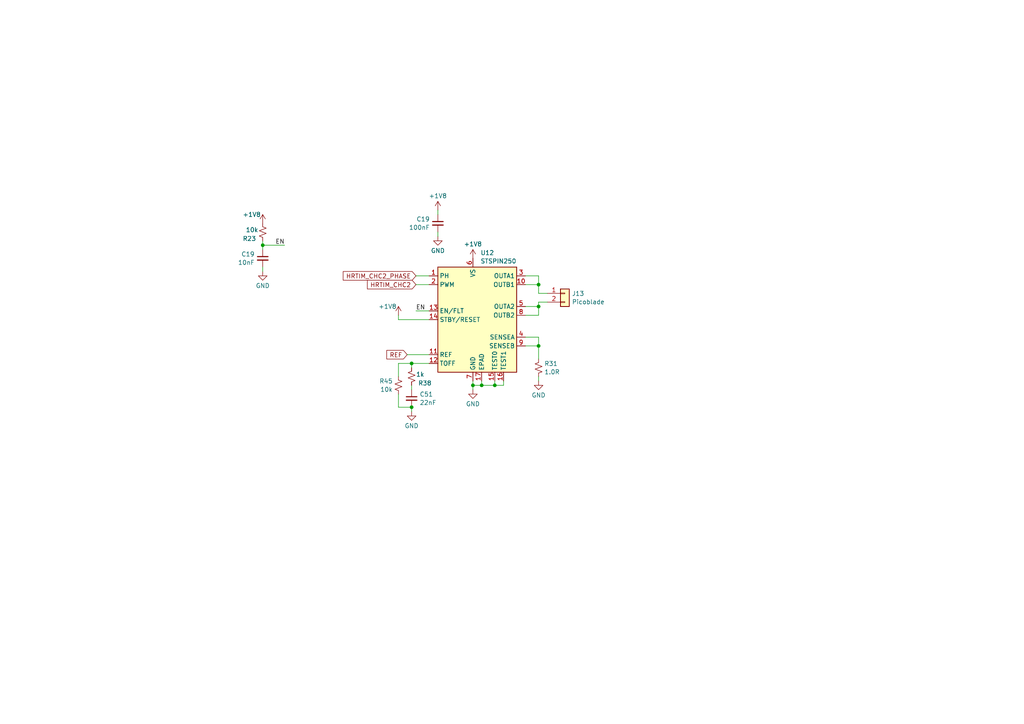
<source format=kicad_sch>
(kicad_sch (version 20230121) (generator eeschema)

  (uuid d3ae3c29-a710-4f7b-94c4-9f99cb159c5b)

  (paper "A4")

  (lib_symbols
    (symbol "Connector_Generic:Conn_01x02" (pin_names (offset 1.016) hide) (in_bom yes) (on_board yes)
      (property "Reference" "J" (at 0 2.54 0)
        (effects (font (size 1.27 1.27)))
      )
      (property "Value" "Conn_01x02" (at 0 -5.08 0)
        (effects (font (size 1.27 1.27)))
      )
      (property "Footprint" "" (at 0 0 0)
        (effects (font (size 1.27 1.27)) hide)
      )
      (property "Datasheet" "~" (at 0 0 0)
        (effects (font (size 1.27 1.27)) hide)
      )
      (property "ki_keywords" "connector" (at 0 0 0)
        (effects (font (size 1.27 1.27)) hide)
      )
      (property "ki_description" "Generic connector, single row, 01x02, script generated (kicad-library-utils/schlib/autogen/connector/)" (at 0 0 0)
        (effects (font (size 1.27 1.27)) hide)
      )
      (property "ki_fp_filters" "Connector*:*_1x??_*" (at 0 0 0)
        (effects (font (size 1.27 1.27)) hide)
      )
      (symbol "Conn_01x02_1_1"
        (rectangle (start -1.27 -2.413) (end 0 -2.667)
          (stroke (width 0.1524) (type default))
          (fill (type none))
        )
        (rectangle (start -1.27 0.127) (end 0 -0.127)
          (stroke (width 0.1524) (type default))
          (fill (type none))
        )
        (rectangle (start -1.27 1.27) (end 1.27 -3.81)
          (stroke (width 0.254) (type default))
          (fill (type background))
        )
        (pin passive line (at -5.08 0 0) (length 3.81)
          (name "Pin_1" (effects (font (size 1.27 1.27))))
          (number "1" (effects (font (size 1.27 1.27))))
        )
        (pin passive line (at -5.08 -2.54 0) (length 3.81)
          (name "Pin_2" (effects (font (size 1.27 1.27))))
          (number "2" (effects (font (size 1.27 1.27))))
        )
      )
    )
    (symbol "Device:C_Small" (pin_numbers hide) (pin_names (offset 0.254) hide) (in_bom yes) (on_board yes)
      (property "Reference" "C" (at 0.254 1.778 0)
        (effects (font (size 1.27 1.27)) (justify left))
      )
      (property "Value" "C_Small" (at 0.254 -2.032 0)
        (effects (font (size 1.27 1.27)) (justify left))
      )
      (property "Footprint" "" (at 0 0 0)
        (effects (font (size 1.27 1.27)) hide)
      )
      (property "Datasheet" "~" (at 0 0 0)
        (effects (font (size 1.27 1.27)) hide)
      )
      (property "ki_keywords" "capacitor cap" (at 0 0 0)
        (effects (font (size 1.27 1.27)) hide)
      )
      (property "ki_description" "Unpolarized capacitor, small symbol" (at 0 0 0)
        (effects (font (size 1.27 1.27)) hide)
      )
      (property "ki_fp_filters" "C_*" (at 0 0 0)
        (effects (font (size 1.27 1.27)) hide)
      )
      (symbol "C_Small_0_1"
        (polyline
          (pts
            (xy -1.524 -0.508)
            (xy 1.524 -0.508)
          )
          (stroke (width 0.3302) (type default))
          (fill (type none))
        )
        (polyline
          (pts
            (xy -1.524 0.508)
            (xy 1.524 0.508)
          )
          (stroke (width 0.3048) (type default))
          (fill (type none))
        )
      )
      (symbol "C_Small_1_1"
        (pin passive line (at 0 2.54 270) (length 2.032)
          (name "~" (effects (font (size 1.27 1.27))))
          (number "1" (effects (font (size 1.27 1.27))))
        )
        (pin passive line (at 0 -2.54 90) (length 2.032)
          (name "~" (effects (font (size 1.27 1.27))))
          (number "2" (effects (font (size 1.27 1.27))))
        )
      )
    )
    (symbol "Device:R_Small_US" (pin_numbers hide) (pin_names (offset 0.254) hide) (in_bom yes) (on_board yes)
      (property "Reference" "R" (at 0.762 0.508 0)
        (effects (font (size 1.27 1.27)) (justify left))
      )
      (property "Value" "R_Small_US" (at 0.762 -1.016 0)
        (effects (font (size 1.27 1.27)) (justify left))
      )
      (property "Footprint" "" (at 0 0 0)
        (effects (font (size 1.27 1.27)) hide)
      )
      (property "Datasheet" "~" (at 0 0 0)
        (effects (font (size 1.27 1.27)) hide)
      )
      (property "ki_keywords" "r resistor" (at 0 0 0)
        (effects (font (size 1.27 1.27)) hide)
      )
      (property "ki_description" "Resistor, small US symbol" (at 0 0 0)
        (effects (font (size 1.27 1.27)) hide)
      )
      (property "ki_fp_filters" "R_*" (at 0 0 0)
        (effects (font (size 1.27 1.27)) hide)
      )
      (symbol "R_Small_US_1_1"
        (polyline
          (pts
            (xy 0 0)
            (xy 1.016 -0.381)
            (xy 0 -0.762)
            (xy -1.016 -1.143)
            (xy 0 -1.524)
          )
          (stroke (width 0) (type default))
          (fill (type none))
        )
        (polyline
          (pts
            (xy 0 1.524)
            (xy 1.016 1.143)
            (xy 0 0.762)
            (xy -1.016 0.381)
            (xy 0 0)
          )
          (stroke (width 0) (type default))
          (fill (type none))
        )
        (pin passive line (at 0 2.54 270) (length 1.016)
          (name "~" (effects (font (size 1.27 1.27))))
          (number "1" (effects (font (size 1.27 1.27))))
        )
        (pin passive line (at 0 -2.54 90) (length 1.016)
          (name "~" (effects (font (size 1.27 1.27))))
          (number "2" (effects (font (size 1.27 1.27))))
        )
      )
    )
    (symbol "components_2:STSPIN250" (in_bom yes) (on_board yes)
      (property "Reference" "U" (at 6.35 21.59 0)
        (effects (font (size 1.27 1.27)))
      )
      (property "Value" "STSPIN250" (at 11.43 19.05 0)
        (effects (font (size 1.27 1.27)))
      )
      (property "Footprint" "" (at 0 24.13 0)
        (effects (font (size 1.27 1.27)) hide)
      )
      (property "Datasheet" "" (at 0 24.13 0)
        (effects (font (size 1.27 1.27)) hide)
      )
      (symbol "STSPIN250_0_1"
        (rectangle (start -10.16 15.24) (end 12.7 -15.24)
          (stroke (width 0.254) (type default))
          (fill (type background))
        )
      )
      (symbol "STSPIN250_1_1"
        (pin input line (at -12.7 12.7 0) (length 2.54)
          (name "PH" (effects (font (size 1.27 1.27))))
          (number "1" (effects (font (size 1.27 1.27))))
        )
        (pin power_out line (at 15.24 10.16 180) (length 2.54)
          (name "OUTB1" (effects (font (size 1.27 1.27))))
          (number "10" (effects (font (size 1.27 1.27))))
        )
        (pin input line (at -12.7 -10.16 0) (length 2.54)
          (name "REF" (effects (font (size 1.27 1.27))))
          (number "11" (effects (font (size 1.27 1.27))))
        )
        (pin input line (at -12.7 -12.7 0) (length 2.54)
          (name "TOFF" (effects (font (size 1.27 1.27))))
          (number "12" (effects (font (size 1.27 1.27))))
        )
        (pin bidirectional line (at -12.7 2.54 0) (length 2.54)
          (name "EN/FLT" (effects (font (size 1.27 1.27))))
          (number "13" (effects (font (size 1.27 1.27))))
        )
        (pin input line (at -12.7 0 0) (length 2.54)
          (name "STBY/RESET" (effects (font (size 1.27 1.27))))
          (number "14" (effects (font (size 1.27 1.27))))
        )
        (pin input line (at 6.35 -17.78 90) (length 2.54)
          (name "TEST0" (effects (font (size 1.27 1.27))))
          (number "15" (effects (font (size 1.27 1.27))))
        )
        (pin input line (at 8.89 -17.78 90) (length 2.54)
          (name "TEST1" (effects (font (size 1.27 1.27))))
          (number "16" (effects (font (size 1.27 1.27))))
        )
        (pin power_in line (at 2.54 -17.78 90) (length 2.54)
          (name "EPAD" (effects (font (size 1.27 1.27))))
          (number "17" (effects (font (size 1.27 1.27))))
        )
        (pin input line (at -12.7 10.16 0) (length 2.54)
          (name "PWM" (effects (font (size 1.27 1.27))))
          (number "2" (effects (font (size 1.27 1.27))))
        )
        (pin power_out line (at 15.24 12.7 180) (length 2.54)
          (name "OUTA1" (effects (font (size 1.27 1.27))))
          (number "3" (effects (font (size 1.27 1.27))))
        )
        (pin power_out line (at 15.24 -5.08 180) (length 2.54)
          (name "SENSEA" (effects (font (size 1.27 1.27))))
          (number "4" (effects (font (size 1.27 1.27))))
        )
        (pin power_out line (at 15.24 3.81 180) (length 2.54)
          (name "OUTA2" (effects (font (size 1.27 1.27))))
          (number "5" (effects (font (size 1.27 1.27))))
        )
        (pin power_in line (at 0 17.78 270) (length 2.54)
          (name "VS" (effects (font (size 1.27 1.27))))
          (number "6" (effects (font (size 1.27 1.27))))
        )
        (pin power_in line (at 0 -17.78 90) (length 2.54)
          (name "GND" (effects (font (size 1.27 1.27))))
          (number "7" (effects (font (size 1.27 1.27))))
        )
        (pin power_out line (at 15.24 1.27 180) (length 2.54)
          (name "OUTB2" (effects (font (size 1.27 1.27))))
          (number "8" (effects (font (size 1.27 1.27))))
        )
        (pin power_out line (at 15.24 -7.62 180) (length 2.54)
          (name "SENSEB" (effects (font (size 1.27 1.27))))
          (number "9" (effects (font (size 1.27 1.27))))
        )
      )
    )
    (symbol "power:+1V8" (power) (pin_names (offset 0)) (in_bom yes) (on_board yes)
      (property "Reference" "#PWR" (at 0 -3.81 0)
        (effects (font (size 1.27 1.27)) hide)
      )
      (property "Value" "+1V8" (at 0 3.556 0)
        (effects (font (size 1.27 1.27)))
      )
      (property "Footprint" "" (at 0 0 0)
        (effects (font (size 1.27 1.27)) hide)
      )
      (property "Datasheet" "" (at 0 0 0)
        (effects (font (size 1.27 1.27)) hide)
      )
      (property "ki_keywords" "global power" (at 0 0 0)
        (effects (font (size 1.27 1.27)) hide)
      )
      (property "ki_description" "Power symbol creates a global label with name \"+1V8\"" (at 0 0 0)
        (effects (font (size 1.27 1.27)) hide)
      )
      (symbol "+1V8_0_1"
        (polyline
          (pts
            (xy -0.762 1.27)
            (xy 0 2.54)
          )
          (stroke (width 0) (type default))
          (fill (type none))
        )
        (polyline
          (pts
            (xy 0 0)
            (xy 0 2.54)
          )
          (stroke (width 0) (type default))
          (fill (type none))
        )
        (polyline
          (pts
            (xy 0 2.54)
            (xy 0.762 1.27)
          )
          (stroke (width 0) (type default))
          (fill (type none))
        )
      )
      (symbol "+1V8_1_1"
        (pin power_in line (at 0 0 90) (length 0) hide
          (name "+1V8" (effects (font (size 1.27 1.27))))
          (number "1" (effects (font (size 1.27 1.27))))
        )
      )
    )
    (symbol "power:GND" (power) (pin_names (offset 0)) (in_bom yes) (on_board yes)
      (property "Reference" "#PWR" (at 0 -6.35 0)
        (effects (font (size 1.27 1.27)) hide)
      )
      (property "Value" "GND" (at 0 -3.81 0)
        (effects (font (size 1.27 1.27)))
      )
      (property "Footprint" "" (at 0 0 0)
        (effects (font (size 1.27 1.27)) hide)
      )
      (property "Datasheet" "" (at 0 0 0)
        (effects (font (size 1.27 1.27)) hide)
      )
      (property "ki_keywords" "global power" (at 0 0 0)
        (effects (font (size 1.27 1.27)) hide)
      )
      (property "ki_description" "Power symbol creates a global label with name \"GND\" , ground" (at 0 0 0)
        (effects (font (size 1.27 1.27)) hide)
      )
      (symbol "GND_0_1"
        (polyline
          (pts
            (xy 0 0)
            (xy 0 -1.27)
            (xy 1.27 -1.27)
            (xy 0 -2.54)
            (xy -1.27 -1.27)
            (xy 0 -1.27)
          )
          (stroke (width 0) (type default))
          (fill (type none))
        )
      )
      (symbol "GND_1_1"
        (pin power_in line (at 0 0 270) (length 0) hide
          (name "GND" (effects (font (size 1.27 1.27))))
          (number "1" (effects (font (size 1.27 1.27))))
        )
      )
    )
  )

  (junction (at 156.21 88.9) (diameter 0) (color 0 0 0 0)
    (uuid 434cb4db-e008-497a-ac75-29356549856d)
  )
  (junction (at 156.21 82.55) (diameter 0) (color 0 0 0 0)
    (uuid 73c65292-b353-4b6d-8478-edeff7afb8c7)
  )
  (junction (at 119.38 118.11) (diameter 0) (color 0 0 0 0)
    (uuid 94b6b8c9-8047-4795-9a9c-fb7cd95c839f)
  )
  (junction (at 156.21 100.33) (diameter 0) (color 0 0 0 0)
    (uuid a7a6fb4e-42d6-42a7-bbf0-d6c88e0348fa)
  )
  (junction (at 76.2 71.12) (diameter 0) (color 0 0 0 0)
    (uuid ab29f609-c1f1-46dc-ba63-2086fe0b1f83)
  )
  (junction (at 143.51 111.76) (diameter 0) (color 0 0 0 0)
    (uuid b3b1cf1f-3840-4d7e-9047-79997c3d87d6)
  )
  (junction (at 137.16 111.76) (diameter 0) (color 0 0 0 0)
    (uuid cbccabf5-514d-4f33-a5e2-8afd2e5196d0)
  )
  (junction (at 119.38 105.41) (diameter 0) (color 0 0 0 0)
    (uuid e8e8b19e-38ee-46f6-abe7-2eb9415a0c45)
  )
  (junction (at 139.7 111.76) (diameter 0) (color 0 0 0 0)
    (uuid ef668624-f822-4384-8bde-da48dda47b2b)
  )

  (wire (pts (xy 158.75 87.63) (xy 156.21 87.63))
    (stroke (width 0) (type default))
    (uuid 03cd1acd-860c-41b6-a0cf-6e5051d36e0a)
  )
  (wire (pts (xy 76.2 77.47) (xy 76.2 78.74))
    (stroke (width 0) (type default))
    (uuid 0603b5ba-6bc7-48c7-bc31-0d410b1ae17b)
  )
  (wire (pts (xy 119.38 119.38) (xy 119.38 118.11))
    (stroke (width 0) (type default))
    (uuid 0b449ecc-9c82-4820-8698-d2d4d1a6b484)
  )
  (wire (pts (xy 152.4 91.44) (xy 156.21 91.44))
    (stroke (width 0) (type default))
    (uuid 0eadbab4-a729-4a40-b7f8-df60fec4a64f)
  )
  (wire (pts (xy 115.57 92.71) (xy 124.46 92.71))
    (stroke (width 0) (type default))
    (uuid 0f466d35-9b0b-4ceb-b8cd-ea19adb3e898)
  )
  (wire (pts (xy 143.51 111.76) (xy 143.51 110.49))
    (stroke (width 0) (type default))
    (uuid 19da91f9-6a5f-48be-9fcf-aa2467619f8e)
  )
  (wire (pts (xy 156.21 100.33) (xy 156.21 104.14))
    (stroke (width 0) (type default))
    (uuid 1b9f4e11-f494-4182-b389-bc772a267783)
  )
  (wire (pts (xy 115.57 105.41) (xy 119.38 105.41))
    (stroke (width 0) (type default))
    (uuid 20724527-7776-4670-b0cc-9f7d650e952e)
  )
  (wire (pts (xy 156.21 97.79) (xy 156.21 100.33))
    (stroke (width 0) (type default))
    (uuid 23522f3e-82c7-4660-bf36-698bed9ff747)
  )
  (wire (pts (xy 115.57 105.41) (xy 115.57 109.22))
    (stroke (width 0) (type default))
    (uuid 266f7f8c-85f0-4bfc-ac14-3e43d1278dbb)
  )
  (wire (pts (xy 118.11 102.87) (xy 124.46 102.87))
    (stroke (width 0) (type default))
    (uuid 281cc014-5e66-4632-bf75-9540f4ceba37)
  )
  (wire (pts (xy 139.7 111.76) (xy 143.51 111.76))
    (stroke (width 0) (type default))
    (uuid 2c7a6d3a-27d4-47e9-a4c8-a2f54c3346dd)
  )
  (wire (pts (xy 115.57 91.44) (xy 115.57 92.71))
    (stroke (width 0) (type default))
    (uuid 2e373b68-696b-43be-8c67-9f63ce48e298)
  )
  (wire (pts (xy 119.38 111.76) (xy 119.38 113.03))
    (stroke (width 0) (type default))
    (uuid 2e7aa4f7-2f59-45c0-9c9e-df1fa5d386ac)
  )
  (wire (pts (xy 156.21 88.9) (xy 156.21 91.44))
    (stroke (width 0) (type default))
    (uuid 445ea813-6607-4352-8695-0473fe659a8a)
  )
  (wire (pts (xy 137.16 111.76) (xy 137.16 113.03))
    (stroke (width 0) (type default))
    (uuid 45a19862-9131-4617-be6d-7f257a3c5054)
  )
  (wire (pts (xy 139.7 111.76) (xy 139.7 110.49))
    (stroke (width 0) (type default))
    (uuid 487c0dd1-8201-4f33-b8f2-393144b038f8)
  )
  (wire (pts (xy 146.05 111.76) (xy 146.05 110.49))
    (stroke (width 0) (type default))
    (uuid 4ce01599-ccbc-4594-b42d-d099858787a8)
  )
  (wire (pts (xy 137.16 110.49) (xy 137.16 111.76))
    (stroke (width 0) (type default))
    (uuid 603a7429-cd78-4607-ab5d-caf3dfa7385e)
  )
  (wire (pts (xy 76.2 71.12) (xy 76.2 72.39))
    (stroke (width 0) (type default))
    (uuid 60fc6457-edb2-47c0-ba4a-1849584d73fa)
  )
  (wire (pts (xy 156.21 85.09) (xy 158.75 85.09))
    (stroke (width 0) (type default))
    (uuid 6d3e1bae-fd32-4e05-b28b-78396ec183c2)
  )
  (wire (pts (xy 127 67.31) (xy 127 68.58))
    (stroke (width 0) (type default))
    (uuid 78851fe2-9688-4dbc-9a81-e27ce981c1f3)
  )
  (wire (pts (xy 120.65 80.01) (xy 124.46 80.01))
    (stroke (width 0) (type default))
    (uuid 7b7764e4-381c-481f-9475-4422721d176f)
  )
  (wire (pts (xy 156.21 82.55) (xy 156.21 85.09))
    (stroke (width 0) (type default))
    (uuid 815d45b0-8540-4fa8-8a69-4ab3476e3638)
  )
  (wire (pts (xy 152.4 82.55) (xy 156.21 82.55))
    (stroke (width 0) (type default))
    (uuid 911ea3c5-c522-48e4-b8b7-ffe02eb55a93)
  )
  (wire (pts (xy 143.51 111.76) (xy 146.05 111.76))
    (stroke (width 0) (type default))
    (uuid 91d6b792-46f7-47f9-91e4-44f1397bc96d)
  )
  (wire (pts (xy 76.2 69.85) (xy 76.2 71.12))
    (stroke (width 0) (type default))
    (uuid 927095e2-136d-4f27-abaa-d3f56d92914c)
  )
  (wire (pts (xy 152.4 97.79) (xy 156.21 97.79))
    (stroke (width 0) (type default))
    (uuid a13d80eb-dd9f-4a70-b224-482e1c96e3df)
  )
  (wire (pts (xy 156.21 88.9) (xy 152.4 88.9))
    (stroke (width 0) (type default))
    (uuid a660deba-e634-41a5-9be9-1acdd54ca362)
  )
  (wire (pts (xy 152.4 100.33) (xy 156.21 100.33))
    (stroke (width 0) (type default))
    (uuid b7184f51-76fc-4818-af53-3af825e81bd1)
  )
  (wire (pts (xy 115.57 118.11) (xy 119.38 118.11))
    (stroke (width 0) (type default))
    (uuid c318da2f-fddf-4636-993e-5bc7cca1beac)
  )
  (wire (pts (xy 76.2 71.12) (xy 82.55 71.12))
    (stroke (width 0) (type default))
    (uuid c578f899-3802-4d9c-a46b-c3e6816c4e2d)
  )
  (wire (pts (xy 156.21 80.01) (xy 156.21 82.55))
    (stroke (width 0) (type default))
    (uuid df2ba190-63ee-43e9-80ec-603bc7b1877f)
  )
  (wire (pts (xy 137.16 111.76) (xy 139.7 111.76))
    (stroke (width 0) (type default))
    (uuid e3059f48-6eba-4772-a1e5-7160201bb03c)
  )
  (wire (pts (xy 120.65 82.55) (xy 124.46 82.55))
    (stroke (width 0) (type default))
    (uuid e8c297eb-7630-4c00-a30a-7c5fe374cd85)
  )
  (wire (pts (xy 120.65 90.17) (xy 124.46 90.17))
    (stroke (width 0) (type default))
    (uuid e9a31b84-fa76-47dc-b181-4530f0359c14)
  )
  (wire (pts (xy 156.21 109.22) (xy 156.21 110.49))
    (stroke (width 0) (type default))
    (uuid eb020714-22ff-400a-b95c-78631cd48784)
  )
  (wire (pts (xy 119.38 105.41) (xy 119.38 106.68))
    (stroke (width 0) (type default))
    (uuid f1eb8655-58c5-4a22-8f79-c4cc1f1bf9d1)
  )
  (wire (pts (xy 127 60.96) (xy 127 62.23))
    (stroke (width 0) (type default))
    (uuid f720122c-4380-418b-9614-9675d2e484e4)
  )
  (wire (pts (xy 115.57 114.3) (xy 115.57 118.11))
    (stroke (width 0) (type default))
    (uuid f7316a7e-2476-4819-8fb7-96fb7a77e1e5)
  )
  (wire (pts (xy 119.38 105.41) (xy 124.46 105.41))
    (stroke (width 0) (type default))
    (uuid f7a28afd-0294-4a52-a35d-87b0cb052b0f)
  )
  (wire (pts (xy 156.21 87.63) (xy 156.21 88.9))
    (stroke (width 0) (type default))
    (uuid fd07932c-b6c9-4dc1-bdde-48111e3bddea)
  )
  (wire (pts (xy 152.4 80.01) (xy 156.21 80.01))
    (stroke (width 0) (type default))
    (uuid fd3999ed-52e0-460b-b2ea-b4287d468792)
  )

  (label "EN" (at 82.55 71.12 180) (fields_autoplaced)
    (effects (font (size 1.27 1.27)) (justify right bottom))
    (uuid 14973491-cb64-4a8b-a11e-b3b5d6a0c563)
  )
  (label "EN" (at 120.65 90.17 0) (fields_autoplaced)
    (effects (font (size 1.27 1.27)) (justify left bottom))
    (uuid cc3ae181-a2dc-4730-89a8-d239b9afe088)
  )

  (global_label "HRTIM_CHC2_PHASE" (shape input) (at 120.65 80.01 180) (fields_autoplaced)
    (effects (font (size 1.27 1.27)) (justify right))
    (uuid 4e4c658a-560a-49e6-b986-f2d6782bd808)
    (property "Intersheetrefs" "${INTERSHEET_REFS}" (at 98.9777 80.01 0)
      (effects (font (size 1.27 1.27)) (justify right) hide)
    )
  )
  (global_label "HRTIM_CHC2" (shape input) (at 120.65 82.55 180) (fields_autoplaced)
    (effects (font (size 1.27 1.27)) (justify right))
    (uuid 8aadaa20-2c05-4c8e-ad55-c1c268d92470)
    (property "Intersheetrefs" "${INTERSHEET_REFS}" (at 105.9929 82.55 0)
      (effects (font (size 1.27 1.27)) (justify right) hide)
    )
  )
  (global_label "REF" (shape input) (at 118.11 102.87 180) (fields_autoplaced)
    (effects (font (size 1.27 1.27)) (justify right))
    (uuid f69e074c-0c9e-49b0-911d-812cd17c0c94)
    (property "Intersheetrefs" "${INTERSHEET_REFS}" (at 111.6172 102.87 0)
      (effects (font (size 1.27 1.27)) (justify right) hide)
    )
  )

  (symbol (lib_id "Device:C_Small") (at 76.2 74.93 0) (mirror y) (unit 1)
    (in_bom yes) (on_board yes) (dnp no)
    (uuid 04491254-d003-474e-8dd0-aede444b1400)
    (property "Reference" "C19" (at 73.8759 73.7242 0)
      (effects (font (size 1.27 1.27)) (justify left))
    )
    (property "Value" "10nF" (at 73.8759 76.1484 0)
      (effects (font (size 1.27 1.27)) (justify left))
    )
    (property "Footprint" "Capacitor_SMD:C_0402_1005Metric" (at 76.2 74.93 0)
      (effects (font (size 1.27 1.27)) hide)
    )
    (property "Datasheet" "~" (at 76.2 74.93 0)
      (effects (font (size 1.27 1.27)) hide)
    )
    (property "LCSC" "C15195" (at 76.2 74.93 0)
      (effects (font (size 1.27 1.27)) hide)
    )
    (pin "1" (uuid 1d024b33-bf60-49bd-82f8-bb30e346b7c4))
    (pin "2" (uuid 0a32c857-8533-4b31-b1a2-c56370a8177a))
    (instances
      (project "KASM_PCB_REV1"
        (path "/bcd76057-59fd-41c5-bb52-9bafb2ef74e0/9f28d78d-ca42-4041-9be6-b996c46b4a0a"
          (reference "C19") (unit 1)
        )
        (path "/bcd76057-59fd-41c5-bb52-9bafb2ef74e0/da6e1dd6-6549-4588-8765-3ff657cbe17b"
          (reference "C1") (unit 1)
        )
        (path "/bcd76057-59fd-41c5-bb52-9bafb2ef74e0/04e958db-aa3d-41e7-905b-1283accbf3a5"
          (reference "C37") (unit 1)
        )
        (path "/bcd76057-59fd-41c5-bb52-9bafb2ef74e0/04e958db-aa3d-41e7-905b-1283accbf3a5/317da025-5f62-4c93-8d06-7954e608af1c"
          (reference "C37") (unit 1)
        )
        (path "/bcd76057-59fd-41c5-bb52-9bafb2ef74e0/04e958db-aa3d-41e7-905b-1283accbf3a5/183aa310-3222-4137-baac-257f5699b820"
          (reference "C64") (unit 1)
        )
      )
    )
  )

  (symbol (lib_id "components_2:STSPIN250") (at 137.16 92.71 0) (unit 1)
    (in_bom yes) (on_board yes) (dnp no) (fields_autoplaced)
    (uuid 19eeca92-6ca8-4a31-b672-8fde65669788)
    (property "Reference" "U12" (at 139.3541 73.3257 0)
      (effects (font (size 1.27 1.27)) (justify left))
    )
    (property "Value" "STSPIN250" (at 139.3541 75.7499 0)
      (effects (font (size 1.27 1.27)) (justify left))
    )
    (property "Footprint" "Ultra_librarian:VFQFPN16_STSPIN_STM" (at 137.16 68.58 0)
      (effects (font (size 1.27 1.27)) hide)
    )
    (property "Datasheet" "" (at 137.16 68.58 0)
      (effects (font (size 1.27 1.27)) hide)
    )
    (property "LCSC" "C155561" (at 137.16 92.71 0)
      (effects (font (size 1.27 1.27)) hide)
    )
    (pin "1" (uuid e46c6c14-ad89-41e7-8adc-19629b9363a5))
    (pin "10" (uuid 97811da0-6c20-4a56-8acc-ede948d652a4))
    (pin "11" (uuid 6cd8da83-5e41-42b5-9795-1502d753ce59))
    (pin "12" (uuid 5072d2bc-849c-45b0-86a6-f246efd8c396))
    (pin "13" (uuid 4e2c5edb-598c-4673-981e-bcf1a29386c7))
    (pin "14" (uuid ed236e16-818c-40c0-8947-e853eeccb1af))
    (pin "15" (uuid 027bc0af-25d8-4ee4-b50a-e4daa7fb83c4))
    (pin "16" (uuid 1f78152d-2d05-4851-8d13-4c6d33a2c056))
    (pin "17" (uuid 2a41c778-4014-4d8b-a467-265f45364098))
    (pin "2" (uuid d0ed151e-5bd0-4e9e-9f18-83566a9c2c95))
    (pin "3" (uuid e5cded07-f179-4277-acae-df617063fae1))
    (pin "4" (uuid 7dcbdaa4-9ce3-441b-bc2b-1453d2e23489))
    (pin "5" (uuid 73c7dc44-4717-45ba-9c72-8d83ddba3050))
    (pin "6" (uuid b625d927-c8b1-4d35-b443-f77956de00b2))
    (pin "7" (uuid fac90f5f-7773-4d00-a29d-cf122037bab4))
    (pin "8" (uuid a5d3c886-c924-40c6-89f2-10d7a9adb180))
    (pin "9" (uuid 917c6d82-403f-49be-8bb7-e6186ace1d0d))
    (instances
      (project "KASM_PCB_REV1"
        (path "/bcd76057-59fd-41c5-bb52-9bafb2ef74e0/04e958db-aa3d-41e7-905b-1283accbf3a5"
          (reference "U12") (unit 1)
        )
        (path "/bcd76057-59fd-41c5-bb52-9bafb2ef74e0/04e958db-aa3d-41e7-905b-1283accbf3a5/18dc00ae-3159-4780-b672-12977f79e5ac"
          (reference "U5") (unit 1)
        )
        (path "/bcd76057-59fd-41c5-bb52-9bafb2ef74e0/04e958db-aa3d-41e7-905b-1283accbf3a5/0e4a8bf2-0dd0-4daf-93f5-21aaab6e9079"
          (reference "U12") (unit 1)
        )
        (path "/bcd76057-59fd-41c5-bb52-9bafb2ef74e0/04e958db-aa3d-41e7-905b-1283accbf3a5/fa3e3175-0ec2-4c23-918b-18b69f6d22c9"
          (reference "U7") (unit 1)
        )
        (path "/bcd76057-59fd-41c5-bb52-9bafb2ef74e0/04e958db-aa3d-41e7-905b-1283accbf3a5/5eb57887-e81e-4477-9dd7-7aacc0de0d0b"
          (reference "U34") (unit 1)
        )
        (path "/bcd76057-59fd-41c5-bb52-9bafb2ef74e0/04e958db-aa3d-41e7-905b-1283accbf3a5/e0928f68-e618-4bed-a90d-d4217e4537fe"
          (reference "U35") (unit 1)
        )
        (path "/bcd76057-59fd-41c5-bb52-9bafb2ef74e0/04e958db-aa3d-41e7-905b-1283accbf3a5/035548b8-a31f-4ce4-88ad-eb25e49c8086"
          (reference "U36") (unit 1)
        )
        (path "/bcd76057-59fd-41c5-bb52-9bafb2ef74e0/04e958db-aa3d-41e7-905b-1283accbf3a5/ea7abcee-3bcc-4e0d-ba1f-bfc5afeaff56"
          (reference "U37") (unit 1)
        )
        (path "/bcd76057-59fd-41c5-bb52-9bafb2ef74e0/04e958db-aa3d-41e7-905b-1283accbf3a5/d43b2610-0e88-49f5-accf-91021c3a3747"
          (reference "U38") (unit 1)
        )
        (path "/bcd76057-59fd-41c5-bb52-9bafb2ef74e0/04e958db-aa3d-41e7-905b-1283accbf3a5/517c7ed0-094c-4bf8-893e-b74da427973a"
          (reference "U40") (unit 1)
        )
        (path "/bcd76057-59fd-41c5-bb52-9bafb2ef74e0/04e958db-aa3d-41e7-905b-1283accbf3a5/31bee4a8-b94d-44ab-a7b7-0e5ab7943934"
          (reference "U41") (unit 1)
        )
        (path "/bcd76057-59fd-41c5-bb52-9bafb2ef74e0/04e958db-aa3d-41e7-905b-1283accbf3a5/3c7f0f67-84e4-46e0-ae69-a3c8008fc518"
          (reference "U42") (unit 1)
        )
        (path "/bcd76057-59fd-41c5-bb52-9bafb2ef74e0/04e958db-aa3d-41e7-905b-1283accbf3a5/09624144-9abc-4214-b8b3-19be92fa01bb"
          (reference "U43") (unit 1)
        )
        (path "/bcd76057-59fd-41c5-bb52-9bafb2ef74e0/04e958db-aa3d-41e7-905b-1283accbf3a5/debcf873-ffd9-4218-a838-354e10f40114"
          (reference "U44") (unit 1)
        )
        (path "/bcd76057-59fd-41c5-bb52-9bafb2ef74e0/04e958db-aa3d-41e7-905b-1283accbf3a5/f3d20732-cdac-44e3-a331-3cd31b97ff57"
          (reference "U45") (unit 1)
        )
        (path "/bcd76057-59fd-41c5-bb52-9bafb2ef74e0/04e958db-aa3d-41e7-905b-1283accbf3a5/d282b751-7721-4014-b2b7-469980c2fd3d"
          (reference "U46") (unit 1)
        )
        (path "/bcd76057-59fd-41c5-bb52-9bafb2ef74e0/04e958db-aa3d-41e7-905b-1283accbf3a5/2f342150-1aa1-4808-811e-c8652a7360ed"
          (reference "U47") (unit 1)
        )
        (path "/bcd76057-59fd-41c5-bb52-9bafb2ef74e0/04e958db-aa3d-41e7-905b-1283accbf3a5/880b3b36-85e8-4c3c-aa09-491ac2842d9f"
          (reference "U48") (unit 1)
        )
        (path "/bcd76057-59fd-41c5-bb52-9bafb2ef74e0/04e958db-aa3d-41e7-905b-1283accbf3a5/a00a6dc6-5da7-4e1f-b4ec-6af8efc204f4"
          (reference "U49") (unit 1)
        )
        (path "/bcd76057-59fd-41c5-bb52-9bafb2ef74e0/04e958db-aa3d-41e7-905b-1283accbf3a5/fb97f32a-344e-42d0-80a3-2f30f649c95b"
          (reference "U50") (unit 1)
        )
        (path "/bcd76057-59fd-41c5-bb52-9bafb2ef74e0/04e958db-aa3d-41e7-905b-1283accbf3a5/758d2951-640e-4c88-be12-1a100eb086a5"
          (reference "U51") (unit 1)
        )
        (path "/bcd76057-59fd-41c5-bb52-9bafb2ef74e0/04e958db-aa3d-41e7-905b-1283accbf3a5/1e6d7f69-4122-453e-9254-d2339f5150d7"
          (reference "U52") (unit 1)
        )
        (path "/bcd76057-59fd-41c5-bb52-9bafb2ef74e0/04e958db-aa3d-41e7-905b-1283accbf3a5/cc8e9e82-b38f-4c96-81d0-3ca8ac77f771"
          (reference "U53") (unit 1)
        )
        (path "/bcd76057-59fd-41c5-bb52-9bafb2ef74e0/04e958db-aa3d-41e7-905b-1283accbf3a5/b1894ed9-6a63-4439-a2e8-1827c3e49ee7"
          (reference "U54") (unit 1)
        )
        (path "/bcd76057-59fd-41c5-bb52-9bafb2ef74e0/04e958db-aa3d-41e7-905b-1283accbf3a5/a49d49c7-da1f-4137-a620-bdc9f58595d1"
          (reference "U55") (unit 1)
        )
        (path "/bcd76057-59fd-41c5-bb52-9bafb2ef74e0/04e958db-aa3d-41e7-905b-1283accbf3a5/80cd4e08-0efe-488f-8e92-54beb1b4d1f2"
          (reference "U56") (unit 1)
        )
        (path "/bcd76057-59fd-41c5-bb52-9bafb2ef74e0/04e958db-aa3d-41e7-905b-1283accbf3a5/317da025-5f62-4c93-8d06-7954e608af1c"
          (reference "U57") (unit 1)
        )
        (path "/bcd76057-59fd-41c5-bb52-9bafb2ef74e0/04e958db-aa3d-41e7-905b-1283accbf3a5/183aa310-3222-4137-baac-257f5699b820"
          (reference "U39") (unit 1)
        )
      )
    )
  )

  (symbol (lib_id "power:GND") (at 119.38 119.38 0) (unit 1)
    (in_bom yes) (on_board yes) (dnp no)
    (uuid 1b560aea-f1d1-4242-9055-9226e0b1f112)
    (property "Reference" "#PWR0113" (at 119.38 125.73 0)
      (effects (font (size 1.27 1.27)) hide)
    )
    (property "Value" "GND" (at 119.38 123.5131 0)
      (effects (font (size 1.27 1.27)))
    )
    (property "Footprint" "" (at 119.38 119.38 0)
      (effects (font (size 1.27 1.27)) hide)
    )
    (property "Datasheet" "" (at 119.38 119.38 0)
      (effects (font (size 1.27 1.27)) hide)
    )
    (pin "1" (uuid 4637a27a-c5c6-4311-b6dc-3fecae4bd51a))
    (instances
      (project "KASM_PCB_REV1"
        (path "/bcd76057-59fd-41c5-bb52-9bafb2ef74e0/04e958db-aa3d-41e7-905b-1283accbf3a5"
          (reference "#PWR0113") (unit 1)
        )
        (path "/bcd76057-59fd-41c5-bb52-9bafb2ef74e0/04e958db-aa3d-41e7-905b-1283accbf3a5/18dc00ae-3159-4780-b672-12977f79e5ac"
          (reference "#PWR0106") (unit 1)
        )
        (path "/bcd76057-59fd-41c5-bb52-9bafb2ef74e0/04e958db-aa3d-41e7-905b-1283accbf3a5/0e4a8bf2-0dd0-4daf-93f5-21aaab6e9079"
          (reference "#PWR0262") (unit 1)
        )
        (path "/bcd76057-59fd-41c5-bb52-9bafb2ef74e0/04e958db-aa3d-41e7-905b-1283accbf3a5/fa3e3175-0ec2-4c23-918b-18b69f6d22c9"
          (reference "#PWR0108") (unit 1)
        )
        (path "/bcd76057-59fd-41c5-bb52-9bafb2ef74e0/04e958db-aa3d-41e7-905b-1283accbf3a5/5eb57887-e81e-4477-9dd7-7aacc0de0d0b"
          (reference "#PWR0269") (unit 1)
        )
        (path "/bcd76057-59fd-41c5-bb52-9bafb2ef74e0/04e958db-aa3d-41e7-905b-1283accbf3a5/e0928f68-e618-4bed-a90d-d4217e4537fe"
          (reference "#PWR0276") (unit 1)
        )
        (path "/bcd76057-59fd-41c5-bb52-9bafb2ef74e0/04e958db-aa3d-41e7-905b-1283accbf3a5/035548b8-a31f-4ce4-88ad-eb25e49c8086"
          (reference "#PWR0283") (unit 1)
        )
        (path "/bcd76057-59fd-41c5-bb52-9bafb2ef74e0/04e958db-aa3d-41e7-905b-1283accbf3a5/ea7abcee-3bcc-4e0d-ba1f-bfc5afeaff56"
          (reference "#PWR0290") (unit 1)
        )
        (path "/bcd76057-59fd-41c5-bb52-9bafb2ef74e0/04e958db-aa3d-41e7-905b-1283accbf3a5/d43b2610-0e88-49f5-accf-91021c3a3747"
          (reference "#PWR0297") (unit 1)
        )
        (path "/bcd76057-59fd-41c5-bb52-9bafb2ef74e0/04e958db-aa3d-41e7-905b-1283accbf3a5/517c7ed0-094c-4bf8-893e-b74da427973a"
          (reference "#PWR0311") (unit 1)
        )
        (path "/bcd76057-59fd-41c5-bb52-9bafb2ef74e0/04e958db-aa3d-41e7-905b-1283accbf3a5/31bee4a8-b94d-44ab-a7b7-0e5ab7943934"
          (reference "#PWR0318") (unit 1)
        )
        (path "/bcd76057-59fd-41c5-bb52-9bafb2ef74e0/04e958db-aa3d-41e7-905b-1283accbf3a5/3c7f0f67-84e4-46e0-ae69-a3c8008fc518"
          (reference "#PWR0325") (unit 1)
        )
        (path "/bcd76057-59fd-41c5-bb52-9bafb2ef74e0/04e958db-aa3d-41e7-905b-1283accbf3a5/09624144-9abc-4214-b8b3-19be92fa01bb"
          (reference "#PWR0332") (unit 1)
        )
        (path "/bcd76057-59fd-41c5-bb52-9bafb2ef74e0/04e958db-aa3d-41e7-905b-1283accbf3a5/debcf873-ffd9-4218-a838-354e10f40114"
          (reference "#PWR0339") (unit 1)
        )
        (path "/bcd76057-59fd-41c5-bb52-9bafb2ef74e0/04e958db-aa3d-41e7-905b-1283accbf3a5/f3d20732-cdac-44e3-a331-3cd31b97ff57"
          (reference "#PWR0346") (unit 1)
        )
        (path "/bcd76057-59fd-41c5-bb52-9bafb2ef74e0/04e958db-aa3d-41e7-905b-1283accbf3a5/d282b751-7721-4014-b2b7-469980c2fd3d"
          (reference "#PWR0353") (unit 1)
        )
        (path "/bcd76057-59fd-41c5-bb52-9bafb2ef74e0/04e958db-aa3d-41e7-905b-1283accbf3a5/2f342150-1aa1-4808-811e-c8652a7360ed"
          (reference "#PWR0360") (unit 1)
        )
        (path "/bcd76057-59fd-41c5-bb52-9bafb2ef74e0/04e958db-aa3d-41e7-905b-1283accbf3a5/880b3b36-85e8-4c3c-aa09-491ac2842d9f"
          (reference "#PWR0367") (unit 1)
        )
        (path "/bcd76057-59fd-41c5-bb52-9bafb2ef74e0/04e958db-aa3d-41e7-905b-1283accbf3a5/a00a6dc6-5da7-4e1f-b4ec-6af8efc204f4"
          (reference "#PWR0374") (unit 1)
        )
        (path "/bcd76057-59fd-41c5-bb52-9bafb2ef74e0/04e958db-aa3d-41e7-905b-1283accbf3a5/fb97f32a-344e-42d0-80a3-2f30f649c95b"
          (reference "#PWR0381") (unit 1)
        )
        (path "/bcd76057-59fd-41c5-bb52-9bafb2ef74e0/04e958db-aa3d-41e7-905b-1283accbf3a5/758d2951-640e-4c88-be12-1a100eb086a5"
          (reference "#PWR0388") (unit 1)
        )
        (path "/bcd76057-59fd-41c5-bb52-9bafb2ef74e0/04e958db-aa3d-41e7-905b-1283accbf3a5/1e6d7f69-4122-453e-9254-d2339f5150d7"
          (reference "#PWR0395") (unit 1)
        )
        (path "/bcd76057-59fd-41c5-bb52-9bafb2ef74e0/04e958db-aa3d-41e7-905b-1283accbf3a5/cc8e9e82-b38f-4c96-81d0-3ca8ac77f771"
          (reference "#PWR0402") (unit 1)
        )
        (path "/bcd76057-59fd-41c5-bb52-9bafb2ef74e0/04e958db-aa3d-41e7-905b-1283accbf3a5/b1894ed9-6a63-4439-a2e8-1827c3e49ee7"
          (reference "#PWR0409") (unit 1)
        )
        (path "/bcd76057-59fd-41c5-bb52-9bafb2ef74e0/04e958db-aa3d-41e7-905b-1283accbf3a5/a49d49c7-da1f-4137-a620-bdc9f58595d1"
          (reference "#PWR0416") (unit 1)
        )
        (path "/bcd76057-59fd-41c5-bb52-9bafb2ef74e0/04e958db-aa3d-41e7-905b-1283accbf3a5/80cd4e08-0efe-488f-8e92-54beb1b4d1f2"
          (reference "#PWR0423") (unit 1)
        )
        (path "/bcd76057-59fd-41c5-bb52-9bafb2ef74e0/04e958db-aa3d-41e7-905b-1283accbf3a5/317da025-5f62-4c93-8d06-7954e608af1c"
          (reference "#PWR0430") (unit 1)
        )
        (path "/bcd76057-59fd-41c5-bb52-9bafb2ef74e0/04e958db-aa3d-41e7-905b-1283accbf3a5/183aa310-3222-4137-baac-257f5699b820"
          (reference "#PWR0304") (unit 1)
        )
      )
    )
  )

  (symbol (lib_id "Device:R_Small_US") (at 115.57 111.76 0) (unit 1)
    (in_bom yes) (on_board yes) (dnp no)
    (uuid 1c0f638b-f20f-4b2e-b1b4-83a656ba64a2)
    (property "Reference" "R45" (at 113.919 110.5479 0)
      (effects (font (size 1.27 1.27)) (justify right))
    )
    (property "Value" "10k" (at 113.919 112.9721 0)
      (effects (font (size 1.27 1.27)) (justify right))
    )
    (property "Footprint" "Resistor_SMD:R_0402_1005Metric" (at 115.57 111.76 0)
      (effects (font (size 1.27 1.27)) hide)
    )
    (property "Datasheet" "~" (at 115.57 111.76 0)
      (effects (font (size 1.27 1.27)) hide)
    )
    (property "LCSC" "C25744" (at 115.57 111.76 0)
      (effects (font (size 1.27 1.27)) hide)
    )
    (pin "1" (uuid 32b177db-daf9-4a6b-9c8f-4c4a6aa2c23e))
    (pin "2" (uuid 07fe93d4-1469-4ba6-a4b1-0eeff5425a0e))
    (instances
      (project "KASM_PCB_REV1"
        (path "/bcd76057-59fd-41c5-bb52-9bafb2ef74e0/04e958db-aa3d-41e7-905b-1283accbf3a5"
          (reference "R45") (unit 1)
        )
        (path "/bcd76057-59fd-41c5-bb52-9bafb2ef74e0/04e958db-aa3d-41e7-905b-1283accbf3a5/18dc00ae-3159-4780-b672-12977f79e5ac"
          (reference "R45") (unit 1)
        )
        (path "/bcd76057-59fd-41c5-bb52-9bafb2ef74e0/04e958db-aa3d-41e7-905b-1283accbf3a5/0e4a8bf2-0dd0-4daf-93f5-21aaab6e9079"
          (reference "R110") (unit 1)
        )
        (path "/bcd76057-59fd-41c5-bb52-9bafb2ef74e0/04e958db-aa3d-41e7-905b-1283accbf3a5/fa3e3175-0ec2-4c23-918b-18b69f6d22c9"
          (reference "R40") (unit 1)
        )
        (path "/bcd76057-59fd-41c5-bb52-9bafb2ef74e0/04e958db-aa3d-41e7-905b-1283accbf3a5/5eb57887-e81e-4477-9dd7-7aacc0de0d0b"
          (reference "R113") (unit 1)
        )
        (path "/bcd76057-59fd-41c5-bb52-9bafb2ef74e0/04e958db-aa3d-41e7-905b-1283accbf3a5/e0928f68-e618-4bed-a90d-d4217e4537fe"
          (reference "R116") (unit 1)
        )
        (path "/bcd76057-59fd-41c5-bb52-9bafb2ef74e0/04e958db-aa3d-41e7-905b-1283accbf3a5/035548b8-a31f-4ce4-88ad-eb25e49c8086"
          (reference "R119") (unit 1)
        )
        (path "/bcd76057-59fd-41c5-bb52-9bafb2ef74e0/04e958db-aa3d-41e7-905b-1283accbf3a5/ea7abcee-3bcc-4e0d-ba1f-bfc5afeaff56"
          (reference "R122") (unit 1)
        )
        (path "/bcd76057-59fd-41c5-bb52-9bafb2ef74e0/04e958db-aa3d-41e7-905b-1283accbf3a5/d43b2610-0e88-49f5-accf-91021c3a3747"
          (reference "R125") (unit 1)
        )
        (path "/bcd76057-59fd-41c5-bb52-9bafb2ef74e0/04e958db-aa3d-41e7-905b-1283accbf3a5/517c7ed0-094c-4bf8-893e-b74da427973a"
          (reference "R131") (unit 1)
        )
        (path "/bcd76057-59fd-41c5-bb52-9bafb2ef74e0/04e958db-aa3d-41e7-905b-1283accbf3a5/31bee4a8-b94d-44ab-a7b7-0e5ab7943934"
          (reference "R134") (unit 1)
        )
        (path "/bcd76057-59fd-41c5-bb52-9bafb2ef74e0/04e958db-aa3d-41e7-905b-1283accbf3a5/3c7f0f67-84e4-46e0-ae69-a3c8008fc518"
          (reference "R137") (unit 1)
        )
        (path "/bcd76057-59fd-41c5-bb52-9bafb2ef74e0/04e958db-aa3d-41e7-905b-1283accbf3a5/09624144-9abc-4214-b8b3-19be92fa01bb"
          (reference "R140") (unit 1)
        )
        (path "/bcd76057-59fd-41c5-bb52-9bafb2ef74e0/04e958db-aa3d-41e7-905b-1283accbf3a5/debcf873-ffd9-4218-a838-354e10f40114"
          (reference "R143") (unit 1)
        )
        (path "/bcd76057-59fd-41c5-bb52-9bafb2ef74e0/04e958db-aa3d-41e7-905b-1283accbf3a5/f3d20732-cdac-44e3-a331-3cd31b97ff57"
          (reference "R146") (unit 1)
        )
        (path "/bcd76057-59fd-41c5-bb52-9bafb2ef74e0/04e958db-aa3d-41e7-905b-1283accbf3a5/d282b751-7721-4014-b2b7-469980c2fd3d"
          (reference "R149") (unit 1)
        )
        (path "/bcd76057-59fd-41c5-bb52-9bafb2ef74e0/04e958db-aa3d-41e7-905b-1283accbf3a5/2f342150-1aa1-4808-811e-c8652a7360ed"
          (reference "R152") (unit 1)
        )
        (path "/bcd76057-59fd-41c5-bb52-9bafb2ef74e0/04e958db-aa3d-41e7-905b-1283accbf3a5/880b3b36-85e8-4c3c-aa09-491ac2842d9f"
          (reference "R155") (unit 1)
        )
        (path "/bcd76057-59fd-41c5-bb52-9bafb2ef74e0/04e958db-aa3d-41e7-905b-1283accbf3a5/a00a6dc6-5da7-4e1f-b4ec-6af8efc204f4"
          (reference "R158") (unit 1)
        )
        (path "/bcd76057-59fd-41c5-bb52-9bafb2ef74e0/04e958db-aa3d-41e7-905b-1283accbf3a5/fb97f32a-344e-42d0-80a3-2f30f649c95b"
          (reference "R161") (unit 1)
        )
        (path "/bcd76057-59fd-41c5-bb52-9bafb2ef74e0/04e958db-aa3d-41e7-905b-1283accbf3a5/758d2951-640e-4c88-be12-1a100eb086a5"
          (reference "R164") (unit 1)
        )
        (path "/bcd76057-59fd-41c5-bb52-9bafb2ef74e0/04e958db-aa3d-41e7-905b-1283accbf3a5/1e6d7f69-4122-453e-9254-d2339f5150d7"
          (reference "R167") (unit 1)
        )
        (path "/bcd76057-59fd-41c5-bb52-9bafb2ef74e0/04e958db-aa3d-41e7-905b-1283accbf3a5/cc8e9e82-b38f-4c96-81d0-3ca8ac77f771"
          (reference "R170") (unit 1)
        )
        (path "/bcd76057-59fd-41c5-bb52-9bafb2ef74e0/04e958db-aa3d-41e7-905b-1283accbf3a5/b1894ed9-6a63-4439-a2e8-1827c3e49ee7"
          (reference "R173") (unit 1)
        )
        (path "/bcd76057-59fd-41c5-bb52-9bafb2ef74e0/04e958db-aa3d-41e7-905b-1283accbf3a5/a49d49c7-da1f-4137-a620-bdc9f58595d1"
          (reference "R176") (unit 1)
        )
        (path "/bcd76057-59fd-41c5-bb52-9bafb2ef74e0/04e958db-aa3d-41e7-905b-1283accbf3a5/80cd4e08-0efe-488f-8e92-54beb1b4d1f2"
          (reference "R179") (unit 1)
        )
        (path "/bcd76057-59fd-41c5-bb52-9bafb2ef74e0/04e958db-aa3d-41e7-905b-1283accbf3a5/317da025-5f62-4c93-8d06-7954e608af1c"
          (reference "R182") (unit 1)
        )
        (path "/bcd76057-59fd-41c5-bb52-9bafb2ef74e0/04e958db-aa3d-41e7-905b-1283accbf3a5/183aa310-3222-4137-baac-257f5699b820"
          (reference "R128") (unit 1)
        )
      )
    )
  )

  (symbol (lib_id "Device:C_Small") (at 119.38 115.57 0) (unit 1)
    (in_bom yes) (on_board yes) (dnp no)
    (uuid 2782306e-b156-4b63-ae9d-a4809019075d)
    (property "Reference" "C51" (at 121.7041 114.3642 0)
      (effects (font (size 1.27 1.27)) (justify left))
    )
    (property "Value" "22nF" (at 121.7041 116.7884 0)
      (effects (font (size 1.27 1.27)) (justify left))
    )
    (property "Footprint" "Capacitor_SMD:C_0402_1005Metric" (at 119.38 115.57 0)
      (effects (font (size 1.27 1.27)) hide)
    )
    (property "Datasheet" "~" (at 119.38 115.57 0)
      (effects (font (size 1.27 1.27)) hide)
    )
    (property "LCSC" "C1532" (at 119.38 115.57 0)
      (effects (font (size 1.27 1.27)) hide)
    )
    (pin "1" (uuid 45cc038a-6790-4cfb-91c4-5c23167940f5))
    (pin "2" (uuid d4512f2d-7735-4fc1-a4ef-1aaab42564c2))
    (instances
      (project "KASM_PCB_REV1"
        (path "/bcd76057-59fd-41c5-bb52-9bafb2ef74e0/04e958db-aa3d-41e7-905b-1283accbf3a5"
          (reference "C51") (unit 1)
        )
        (path "/bcd76057-59fd-41c5-bb52-9bafb2ef74e0/04e958db-aa3d-41e7-905b-1283accbf3a5/18dc00ae-3159-4780-b672-12977f79e5ac"
          (reference "C51") (unit 1)
        )
        (path "/bcd76057-59fd-41c5-bb52-9bafb2ef74e0/04e958db-aa3d-41e7-905b-1283accbf3a5/0e4a8bf2-0dd0-4daf-93f5-21aaab6e9079"
          (reference "C95") (unit 1)
        )
        (path "/bcd76057-59fd-41c5-bb52-9bafb2ef74e0/04e958db-aa3d-41e7-905b-1283accbf3a5/fa3e3175-0ec2-4c23-918b-18b69f6d22c9"
          (reference "C46") (unit 1)
        )
        (path "/bcd76057-59fd-41c5-bb52-9bafb2ef74e0/04e958db-aa3d-41e7-905b-1283accbf3a5/5eb57887-e81e-4477-9dd7-7aacc0de0d0b"
          (reference "C97") (unit 1)
        )
        (path "/bcd76057-59fd-41c5-bb52-9bafb2ef74e0/04e958db-aa3d-41e7-905b-1283accbf3a5/e0928f68-e618-4bed-a90d-d4217e4537fe"
          (reference "C99") (unit 1)
        )
        (path "/bcd76057-59fd-41c5-bb52-9bafb2ef74e0/04e958db-aa3d-41e7-905b-1283accbf3a5/035548b8-a31f-4ce4-88ad-eb25e49c8086"
          (reference "C101") (unit 1)
        )
        (path "/bcd76057-59fd-41c5-bb52-9bafb2ef74e0/04e958db-aa3d-41e7-905b-1283accbf3a5/ea7abcee-3bcc-4e0d-ba1f-bfc5afeaff56"
          (reference "C103") (unit 1)
        )
        (path "/bcd76057-59fd-41c5-bb52-9bafb2ef74e0/04e958db-aa3d-41e7-905b-1283accbf3a5/d43b2610-0e88-49f5-accf-91021c3a3747"
          (reference "C105") (unit 1)
        )
        (path "/bcd76057-59fd-41c5-bb52-9bafb2ef74e0/04e958db-aa3d-41e7-905b-1283accbf3a5/517c7ed0-094c-4bf8-893e-b74da427973a"
          (reference "C109") (unit 1)
        )
        (path "/bcd76057-59fd-41c5-bb52-9bafb2ef74e0/04e958db-aa3d-41e7-905b-1283accbf3a5/31bee4a8-b94d-44ab-a7b7-0e5ab7943934"
          (reference "C111") (unit 1)
        )
        (path "/bcd76057-59fd-41c5-bb52-9bafb2ef74e0/04e958db-aa3d-41e7-905b-1283accbf3a5/3c7f0f67-84e4-46e0-ae69-a3c8008fc518"
          (reference "C113") (unit 1)
        )
        (path "/bcd76057-59fd-41c5-bb52-9bafb2ef74e0/04e958db-aa3d-41e7-905b-1283accbf3a5/09624144-9abc-4214-b8b3-19be92fa01bb"
          (reference "C115") (unit 1)
        )
        (path "/bcd76057-59fd-41c5-bb52-9bafb2ef74e0/04e958db-aa3d-41e7-905b-1283accbf3a5/debcf873-ffd9-4218-a838-354e10f40114"
          (reference "C117") (unit 1)
        )
        (path "/bcd76057-59fd-41c5-bb52-9bafb2ef74e0/04e958db-aa3d-41e7-905b-1283accbf3a5/f3d20732-cdac-44e3-a331-3cd31b97ff57"
          (reference "C119") (unit 1)
        )
        (path "/bcd76057-59fd-41c5-bb52-9bafb2ef74e0/04e958db-aa3d-41e7-905b-1283accbf3a5/d282b751-7721-4014-b2b7-469980c2fd3d"
          (reference "C121") (unit 1)
        )
        (path "/bcd76057-59fd-41c5-bb52-9bafb2ef74e0/04e958db-aa3d-41e7-905b-1283accbf3a5/2f342150-1aa1-4808-811e-c8652a7360ed"
          (reference "C123") (unit 1)
        )
        (path "/bcd76057-59fd-41c5-bb52-9bafb2ef74e0/04e958db-aa3d-41e7-905b-1283accbf3a5/880b3b36-85e8-4c3c-aa09-491ac2842d9f"
          (reference "C125") (unit 1)
        )
        (path "/bcd76057-59fd-41c5-bb52-9bafb2ef74e0/04e958db-aa3d-41e7-905b-1283accbf3a5/a00a6dc6-5da7-4e1f-b4ec-6af8efc204f4"
          (reference "C127") (unit 1)
        )
        (path "/bcd76057-59fd-41c5-bb52-9bafb2ef74e0/04e958db-aa3d-41e7-905b-1283accbf3a5/fb97f32a-344e-42d0-80a3-2f30f649c95b"
          (reference "C129") (unit 1)
        )
        (path "/bcd76057-59fd-41c5-bb52-9bafb2ef74e0/04e958db-aa3d-41e7-905b-1283accbf3a5/758d2951-640e-4c88-be12-1a100eb086a5"
          (reference "C131") (unit 1)
        )
        (path "/bcd76057-59fd-41c5-bb52-9bafb2ef74e0/04e958db-aa3d-41e7-905b-1283accbf3a5/1e6d7f69-4122-453e-9254-d2339f5150d7"
          (reference "C133") (unit 1)
        )
        (path "/bcd76057-59fd-41c5-bb52-9bafb2ef74e0/04e958db-aa3d-41e7-905b-1283accbf3a5/cc8e9e82-b38f-4c96-81d0-3ca8ac77f771"
          (reference "C135") (unit 1)
        )
        (path "/bcd76057-59fd-41c5-bb52-9bafb2ef74e0/04e958db-aa3d-41e7-905b-1283accbf3a5/b1894ed9-6a63-4439-a2e8-1827c3e49ee7"
          (reference "C137") (unit 1)
        )
        (path "/bcd76057-59fd-41c5-bb52-9bafb2ef74e0/04e958db-aa3d-41e7-905b-1283accbf3a5/a49d49c7-da1f-4137-a620-bdc9f58595d1"
          (reference "C139") (unit 1)
        )
        (path "/bcd76057-59fd-41c5-bb52-9bafb2ef74e0/04e958db-aa3d-41e7-905b-1283accbf3a5/80cd4e08-0efe-488f-8e92-54beb1b4d1f2"
          (reference "C141") (unit 1)
        )
        (path "/bcd76057-59fd-41c5-bb52-9bafb2ef74e0/04e958db-aa3d-41e7-905b-1283accbf3a5/317da025-5f62-4c93-8d06-7954e608af1c"
          (reference "C143") (unit 1)
        )
        (path "/bcd76057-59fd-41c5-bb52-9bafb2ef74e0/04e958db-aa3d-41e7-905b-1283accbf3a5/183aa310-3222-4137-baac-257f5699b820"
          (reference "C107") (unit 1)
        )
      )
    )
  )

  (symbol (lib_id "Device:R_Small_US") (at 76.2 67.31 0) (unit 1)
    (in_bom yes) (on_board yes) (dnp no)
    (uuid 2ea3a7d6-4369-4824-ab8b-423531c8a007)
    (property "Reference" "R23" (at 74.295 69.215 0)
      (effects (font (size 1.27 1.27)) (justify right))
    )
    (property "Value" "10k" (at 74.93 66.675 0)
      (effects (font (size 1.27 1.27)) (justify right))
    )
    (property "Footprint" "Resistor_SMD:R_0402_1005Metric" (at 76.2 67.31 0)
      (effects (font (size 1.27 1.27)) hide)
    )
    (property "Datasheet" "~" (at 76.2 67.31 0)
      (effects (font (size 1.27 1.27)) hide)
    )
    (property "LCSC" "C25744" (at 76.2 67.31 0)
      (effects (font (size 1.27 1.27)) hide)
    )
    (pin "1" (uuid 625ddfe3-744e-4885-9a4c-d4ea55de7586))
    (pin "2" (uuid d2b2be3c-104b-418d-9b93-96613b9d1b7e))
    (instances
      (project "KASM_PCB_REV1"
        (path "/bcd76057-59fd-41c5-bb52-9bafb2ef74e0/04e958db-aa3d-41e7-905b-1283accbf3a5"
          (reference "R23") (unit 1)
        )
        (path "/bcd76057-59fd-41c5-bb52-9bafb2ef74e0/04e958db-aa3d-41e7-905b-1283accbf3a5/317da025-5f62-4c93-8d06-7954e608af1c"
          (reference "R23") (unit 1)
        )
        (path "/bcd76057-59fd-41c5-bb52-9bafb2ef74e0/04e958db-aa3d-41e7-905b-1283accbf3a5/183aa310-3222-4137-baac-257f5699b820"
          (reference "R49") (unit 1)
        )
      )
    )
  )

  (symbol (lib_id "Device:C_Small") (at 127 64.77 0) (mirror y) (unit 1)
    (in_bom yes) (on_board yes) (dnp no)
    (uuid 30662a80-f7ba-4153-8c23-39ace1e524b8)
    (property "Reference" "C19" (at 124.6759 63.5642 0)
      (effects (font (size 1.27 1.27)) (justify left))
    )
    (property "Value" "100nF" (at 124.6759 65.9884 0)
      (effects (font (size 1.27 1.27)) (justify left))
    )
    (property "Footprint" "Capacitor_SMD:C_0402_1005Metric" (at 127 64.77 0)
      (effects (font (size 1.27 1.27)) hide)
    )
    (property "Datasheet" "~" (at 127 64.77 0)
      (effects (font (size 1.27 1.27)) hide)
    )
    (property "LCSC" "C1525" (at 127 64.77 0)
      (effects (font (size 1.27 1.27)) hide)
    )
    (pin "1" (uuid 895c655b-c28c-4357-b4cb-52024c7cdb04))
    (pin "2" (uuid 517a1446-2faa-475e-a498-cdaac64064c7))
    (instances
      (project "KASM_PCB_REV1"
        (path "/bcd76057-59fd-41c5-bb52-9bafb2ef74e0/9f28d78d-ca42-4041-9be6-b996c46b4a0a"
          (reference "C19") (unit 1)
        )
        (path "/bcd76057-59fd-41c5-bb52-9bafb2ef74e0/da6e1dd6-6549-4588-8765-3ff657cbe17b"
          (reference "C1") (unit 1)
        )
        (path "/bcd76057-59fd-41c5-bb52-9bafb2ef74e0/04e958db-aa3d-41e7-905b-1283accbf3a5"
          (reference "C40") (unit 1)
        )
        (path "/bcd76057-59fd-41c5-bb52-9bafb2ef74e0/04e958db-aa3d-41e7-905b-1283accbf3a5/18dc00ae-3159-4780-b672-12977f79e5ac"
          (reference "C40") (unit 1)
        )
        (path "/bcd76057-59fd-41c5-bb52-9bafb2ef74e0/04e958db-aa3d-41e7-905b-1283accbf3a5/0e4a8bf2-0dd0-4daf-93f5-21aaab6e9079"
          (reference "C94") (unit 1)
        )
        (path "/bcd76057-59fd-41c5-bb52-9bafb2ef74e0/04e958db-aa3d-41e7-905b-1283accbf3a5/fa3e3175-0ec2-4c23-918b-18b69f6d22c9"
          (reference "C42") (unit 1)
        )
        (path "/bcd76057-59fd-41c5-bb52-9bafb2ef74e0/04e958db-aa3d-41e7-905b-1283accbf3a5/5eb57887-e81e-4477-9dd7-7aacc0de0d0b"
          (reference "C96") (unit 1)
        )
        (path "/bcd76057-59fd-41c5-bb52-9bafb2ef74e0/04e958db-aa3d-41e7-905b-1283accbf3a5/e0928f68-e618-4bed-a90d-d4217e4537fe"
          (reference "C98") (unit 1)
        )
        (path "/bcd76057-59fd-41c5-bb52-9bafb2ef74e0/04e958db-aa3d-41e7-905b-1283accbf3a5/035548b8-a31f-4ce4-88ad-eb25e49c8086"
          (reference "C100") (unit 1)
        )
        (path "/bcd76057-59fd-41c5-bb52-9bafb2ef74e0/04e958db-aa3d-41e7-905b-1283accbf3a5/ea7abcee-3bcc-4e0d-ba1f-bfc5afeaff56"
          (reference "C102") (unit 1)
        )
        (path "/bcd76057-59fd-41c5-bb52-9bafb2ef74e0/04e958db-aa3d-41e7-905b-1283accbf3a5/d43b2610-0e88-49f5-accf-91021c3a3747"
          (reference "C104") (unit 1)
        )
        (path "/bcd76057-59fd-41c5-bb52-9bafb2ef74e0/04e958db-aa3d-41e7-905b-1283accbf3a5/517c7ed0-094c-4bf8-893e-b74da427973a"
          (reference "C108") (unit 1)
        )
        (path "/bcd76057-59fd-41c5-bb52-9bafb2ef74e0/04e958db-aa3d-41e7-905b-1283accbf3a5/31bee4a8-b94d-44ab-a7b7-0e5ab7943934"
          (reference "C110") (unit 1)
        )
        (path "/bcd76057-59fd-41c5-bb52-9bafb2ef74e0/04e958db-aa3d-41e7-905b-1283accbf3a5/3c7f0f67-84e4-46e0-ae69-a3c8008fc518"
          (reference "C112") (unit 1)
        )
        (path "/bcd76057-59fd-41c5-bb52-9bafb2ef74e0/04e958db-aa3d-41e7-905b-1283accbf3a5/09624144-9abc-4214-b8b3-19be92fa01bb"
          (reference "C114") (unit 1)
        )
        (path "/bcd76057-59fd-41c5-bb52-9bafb2ef74e0/04e958db-aa3d-41e7-905b-1283accbf3a5/debcf873-ffd9-4218-a838-354e10f40114"
          (reference "C116") (unit 1)
        )
        (path "/bcd76057-59fd-41c5-bb52-9bafb2ef74e0/04e958db-aa3d-41e7-905b-1283accbf3a5/f3d20732-cdac-44e3-a331-3cd31b97ff57"
          (reference "C118") (unit 1)
        )
        (path "/bcd76057-59fd-41c5-bb52-9bafb2ef74e0/04e958db-aa3d-41e7-905b-1283accbf3a5/d282b751-7721-4014-b2b7-469980c2fd3d"
          (reference "C120") (unit 1)
        )
        (path "/bcd76057-59fd-41c5-bb52-9bafb2ef74e0/04e958db-aa3d-41e7-905b-1283accbf3a5/2f342150-1aa1-4808-811e-c8652a7360ed"
          (reference "C122") (unit 1)
        )
        (path "/bcd76057-59fd-41c5-bb52-9bafb2ef74e0/04e958db-aa3d-41e7-905b-1283accbf3a5/880b3b36-85e8-4c3c-aa09-491ac2842d9f"
          (reference "C124") (unit 1)
        )
        (path "/bcd76057-59fd-41c5-bb52-9bafb2ef74e0/04e958db-aa3d-41e7-905b-1283accbf3a5/a00a6dc6-5da7-4e1f-b4ec-6af8efc204f4"
          (reference "C126") (unit 1)
        )
        (path "/bcd76057-59fd-41c5-bb52-9bafb2ef74e0/04e958db-aa3d-41e7-905b-1283accbf3a5/fb97f32a-344e-42d0-80a3-2f30f649c95b"
          (reference "C128") (unit 1)
        )
        (path "/bcd76057-59fd-41c5-bb52-9bafb2ef74e0/04e958db-aa3d-41e7-905b-1283accbf3a5/758d2951-640e-4c88-be12-1a100eb086a5"
          (reference "C130") (unit 1)
        )
        (path "/bcd76057-59fd-41c5-bb52-9bafb2ef74e0/04e958db-aa3d-41e7-905b-1283accbf3a5/1e6d7f69-4122-453e-9254-d2339f5150d7"
          (reference "C132") (unit 1)
        )
        (path "/bcd76057-59fd-41c5-bb52-9bafb2ef74e0/04e958db-aa3d-41e7-905b-1283accbf3a5/cc8e9e82-b38f-4c96-81d0-3ca8ac77f771"
          (reference "C134") (unit 1)
        )
        (path "/bcd76057-59fd-41c5-bb52-9bafb2ef74e0/04e958db-aa3d-41e7-905b-1283accbf3a5/b1894ed9-6a63-4439-a2e8-1827c3e49ee7"
          (reference "C136") (unit 1)
        )
        (path "/bcd76057-59fd-41c5-bb52-9bafb2ef74e0/04e958db-aa3d-41e7-905b-1283accbf3a5/a49d49c7-da1f-4137-a620-bdc9f58595d1"
          (reference "C138") (unit 1)
        )
        (path "/bcd76057-59fd-41c5-bb52-9bafb2ef74e0/04e958db-aa3d-41e7-905b-1283accbf3a5/80cd4e08-0efe-488f-8e92-54beb1b4d1f2"
          (reference "C140") (unit 1)
        )
        (path "/bcd76057-59fd-41c5-bb52-9bafb2ef74e0/04e958db-aa3d-41e7-905b-1283accbf3a5/317da025-5f62-4c93-8d06-7954e608af1c"
          (reference "C142") (unit 1)
        )
        (path "/bcd76057-59fd-41c5-bb52-9bafb2ef74e0/04e958db-aa3d-41e7-905b-1283accbf3a5/183aa310-3222-4137-baac-257f5699b820"
          (reference "C106") (unit 1)
        )
      )
    )
  )

  (symbol (lib_id "power:+1V8") (at 137.16 74.93 0) (unit 1)
    (in_bom yes) (on_board yes) (dnp no) (fields_autoplaced)
    (uuid 351bac8b-9ad0-4f87-b14f-9b52a07bdc9f)
    (property "Reference" "#PWR030" (at 137.16 78.74 0)
      (effects (font (size 1.27 1.27)) hide)
    )
    (property "Value" "+1V8" (at 137.16 70.7969 0)
      (effects (font (size 1.27 1.27)))
    )
    (property "Footprint" "" (at 137.16 74.93 0)
      (effects (font (size 1.27 1.27)) hide)
    )
    (property "Datasheet" "" (at 137.16 74.93 0)
      (effects (font (size 1.27 1.27)) hide)
    )
    (pin "1" (uuid 9b8d2036-7e0c-427a-b116-c0583ef1c727))
    (instances
      (project "KASM_PCB_REV1"
        (path "/bcd76057-59fd-41c5-bb52-9bafb2ef74e0/9f28d78d-ca42-4041-9be6-b996c46b4a0a"
          (reference "#PWR030") (unit 1)
        )
        (path "/bcd76057-59fd-41c5-bb52-9bafb2ef74e0/04e958db-aa3d-41e7-905b-1283accbf3a5"
          (reference "#PWR085") (unit 1)
        )
        (path "/bcd76057-59fd-41c5-bb52-9bafb2ef74e0/04e958db-aa3d-41e7-905b-1283accbf3a5/18dc00ae-3159-4780-b672-12977f79e5ac"
          (reference "#PWR074") (unit 1)
        )
        (path "/bcd76057-59fd-41c5-bb52-9bafb2ef74e0/04e958db-aa3d-41e7-905b-1283accbf3a5/0e4a8bf2-0dd0-4daf-93f5-21aaab6e9079"
          (reference "#PWR0258") (unit 1)
        )
        (path "/bcd76057-59fd-41c5-bb52-9bafb2ef74e0/04e958db-aa3d-41e7-905b-1283accbf3a5/fa3e3175-0ec2-4c23-918b-18b69f6d22c9"
          (reference "#PWR080") (unit 1)
        )
        (path "/bcd76057-59fd-41c5-bb52-9bafb2ef74e0/04e958db-aa3d-41e7-905b-1283accbf3a5/5eb57887-e81e-4477-9dd7-7aacc0de0d0b"
          (reference "#PWR0265") (unit 1)
        )
        (path "/bcd76057-59fd-41c5-bb52-9bafb2ef74e0/04e958db-aa3d-41e7-905b-1283accbf3a5/e0928f68-e618-4bed-a90d-d4217e4537fe"
          (reference "#PWR0272") (unit 1)
        )
        (path "/bcd76057-59fd-41c5-bb52-9bafb2ef74e0/04e958db-aa3d-41e7-905b-1283accbf3a5/035548b8-a31f-4ce4-88ad-eb25e49c8086"
          (reference "#PWR0279") (unit 1)
        )
        (path "/bcd76057-59fd-41c5-bb52-9bafb2ef74e0/04e958db-aa3d-41e7-905b-1283accbf3a5/ea7abcee-3bcc-4e0d-ba1f-bfc5afeaff56"
          (reference "#PWR0286") (unit 1)
        )
        (path "/bcd76057-59fd-41c5-bb52-9bafb2ef74e0/04e958db-aa3d-41e7-905b-1283accbf3a5/d43b2610-0e88-49f5-accf-91021c3a3747"
          (reference "#PWR0293") (unit 1)
        )
        (path "/bcd76057-59fd-41c5-bb52-9bafb2ef74e0/04e958db-aa3d-41e7-905b-1283accbf3a5/517c7ed0-094c-4bf8-893e-b74da427973a"
          (reference "#PWR0307") (unit 1)
        )
        (path "/bcd76057-59fd-41c5-bb52-9bafb2ef74e0/04e958db-aa3d-41e7-905b-1283accbf3a5/31bee4a8-b94d-44ab-a7b7-0e5ab7943934"
          (reference "#PWR0314") (unit 1)
        )
        (path "/bcd76057-59fd-41c5-bb52-9bafb2ef74e0/04e958db-aa3d-41e7-905b-1283accbf3a5/3c7f0f67-84e4-46e0-ae69-a3c8008fc518"
          (reference "#PWR0321") (unit 1)
        )
        (path "/bcd76057-59fd-41c5-bb52-9bafb2ef74e0/04e958db-aa3d-41e7-905b-1283accbf3a5/09624144-9abc-4214-b8b3-19be92fa01bb"
          (reference "#PWR0328") (unit 1)
        )
        (path "/bcd76057-59fd-41c5-bb52-9bafb2ef74e0/04e958db-aa3d-41e7-905b-1283accbf3a5/debcf873-ffd9-4218-a838-354e10f40114"
          (reference "#PWR0335") (unit 1)
        )
        (path "/bcd76057-59fd-41c5-bb52-9bafb2ef74e0/04e958db-aa3d-41e7-905b-1283accbf3a5/f3d20732-cdac-44e3-a331-3cd31b97ff57"
          (reference "#PWR0342") (unit 1)
        )
        (path "/bcd76057-59fd-41c5-bb52-9bafb2ef74e0/04e958db-aa3d-41e7-905b-1283accbf3a5/d282b751-7721-4014-b2b7-469980c2fd3d"
          (reference "#PWR0349") (unit 1)
        )
        (path "/bcd76057-59fd-41c5-bb52-9bafb2ef74e0/04e958db-aa3d-41e7-905b-1283accbf3a5/2f342150-1aa1-4808-811e-c8652a7360ed"
          (reference "#PWR0356") (unit 1)
        )
        (path "/bcd76057-59fd-41c5-bb52-9bafb2ef74e0/04e958db-aa3d-41e7-905b-1283accbf3a5/880b3b36-85e8-4c3c-aa09-491ac2842d9f"
          (reference "#PWR0363") (unit 1)
        )
        (path "/bcd76057-59fd-41c5-bb52-9bafb2ef74e0/04e958db-aa3d-41e7-905b-1283accbf3a5/a00a6dc6-5da7-4e1f-b4ec-6af8efc204f4"
          (reference "#PWR0370") (unit 1)
        )
        (path "/bcd76057-59fd-41c5-bb52-9bafb2ef74e0/04e958db-aa3d-41e7-905b-1283accbf3a5/fb97f32a-344e-42d0-80a3-2f30f649c95b"
          (reference "#PWR0377") (unit 1)
        )
        (path "/bcd76057-59fd-41c5-bb52-9bafb2ef74e0/04e958db-aa3d-41e7-905b-1283accbf3a5/758d2951-640e-4c88-be12-1a100eb086a5"
          (reference "#PWR0384") (unit 1)
        )
        (path "/bcd76057-59fd-41c5-bb52-9bafb2ef74e0/04e958db-aa3d-41e7-905b-1283accbf3a5/1e6d7f69-4122-453e-9254-d2339f5150d7"
          (reference "#PWR0391") (unit 1)
        )
        (path "/bcd76057-59fd-41c5-bb52-9bafb2ef74e0/04e958db-aa3d-41e7-905b-1283accbf3a5/cc8e9e82-b38f-4c96-81d0-3ca8ac77f771"
          (reference "#PWR0398") (unit 1)
        )
        (path "/bcd76057-59fd-41c5-bb52-9bafb2ef74e0/04e958db-aa3d-41e7-905b-1283accbf3a5/b1894ed9-6a63-4439-a2e8-1827c3e49ee7"
          (reference "#PWR0405") (unit 1)
        )
        (path "/bcd76057-59fd-41c5-bb52-9bafb2ef74e0/04e958db-aa3d-41e7-905b-1283accbf3a5/a49d49c7-da1f-4137-a620-bdc9f58595d1"
          (reference "#PWR0412") (unit 1)
        )
        (path "/bcd76057-59fd-41c5-bb52-9bafb2ef74e0/04e958db-aa3d-41e7-905b-1283accbf3a5/80cd4e08-0efe-488f-8e92-54beb1b4d1f2"
          (reference "#PWR0419") (unit 1)
        )
        (path "/bcd76057-59fd-41c5-bb52-9bafb2ef74e0/04e958db-aa3d-41e7-905b-1283accbf3a5/317da025-5f62-4c93-8d06-7954e608af1c"
          (reference "#PWR0426") (unit 1)
        )
        (path "/bcd76057-59fd-41c5-bb52-9bafb2ef74e0/04e958db-aa3d-41e7-905b-1283accbf3a5/183aa310-3222-4137-baac-257f5699b820"
          (reference "#PWR0300") (unit 1)
        )
      )
    )
  )

  (symbol (lib_id "power:GND") (at 127 68.58 0) (unit 1)
    (in_bom yes) (on_board yes) (dnp no)
    (uuid 356c60ad-5b4f-4089-bacf-47a1ef944ce7)
    (property "Reference" "#PWR074" (at 127 74.93 0)
      (effects (font (size 1.27 1.27)) hide)
    )
    (property "Value" "GND" (at 127 72.7131 0)
      (effects (font (size 1.27 1.27)))
    )
    (property "Footprint" "" (at 127 68.58 0)
      (effects (font (size 1.27 1.27)) hide)
    )
    (property "Datasheet" "" (at 127 68.58 0)
      (effects (font (size 1.27 1.27)) hide)
    )
    (pin "1" (uuid 24cd32ea-d013-41a9-a9d8-12b731f586e2))
    (instances
      (project "KASM_PCB_REV1"
        (path "/bcd76057-59fd-41c5-bb52-9bafb2ef74e0/04e958db-aa3d-41e7-905b-1283accbf3a5"
          (reference "#PWR074") (unit 1)
        )
        (path "/bcd76057-59fd-41c5-bb52-9bafb2ef74e0/04e958db-aa3d-41e7-905b-1283accbf3a5/18dc00ae-3159-4780-b672-12977f79e5ac"
          (reference "#PWR067") (unit 1)
        )
        (path "/bcd76057-59fd-41c5-bb52-9bafb2ef74e0/04e958db-aa3d-41e7-905b-1283accbf3a5/0e4a8bf2-0dd0-4daf-93f5-21aaab6e9079"
          (reference "#PWR0257") (unit 1)
        )
        (path "/bcd76057-59fd-41c5-bb52-9bafb2ef74e0/04e958db-aa3d-41e7-905b-1283accbf3a5/fa3e3175-0ec2-4c23-918b-18b69f6d22c9"
          (reference "#PWR076") (unit 1)
        )
        (path "/bcd76057-59fd-41c5-bb52-9bafb2ef74e0/04e958db-aa3d-41e7-905b-1283accbf3a5/5eb57887-e81e-4477-9dd7-7aacc0de0d0b"
          (reference "#PWR0264") (unit 1)
        )
        (path "/bcd76057-59fd-41c5-bb52-9bafb2ef74e0/04e958db-aa3d-41e7-905b-1283accbf3a5/e0928f68-e618-4bed-a90d-d4217e4537fe"
          (reference "#PWR0271") (unit 1)
        )
        (path "/bcd76057-59fd-41c5-bb52-9bafb2ef74e0/04e958db-aa3d-41e7-905b-1283accbf3a5/035548b8-a31f-4ce4-88ad-eb25e49c8086"
          (reference "#PWR0278") (unit 1)
        )
        (path "/bcd76057-59fd-41c5-bb52-9bafb2ef74e0/04e958db-aa3d-41e7-905b-1283accbf3a5/ea7abcee-3bcc-4e0d-ba1f-bfc5afeaff56"
          (reference "#PWR0285") (unit 1)
        )
        (path "/bcd76057-59fd-41c5-bb52-9bafb2ef74e0/04e958db-aa3d-41e7-905b-1283accbf3a5/d43b2610-0e88-49f5-accf-91021c3a3747"
          (reference "#PWR0292") (unit 1)
        )
        (path "/bcd76057-59fd-41c5-bb52-9bafb2ef74e0/04e958db-aa3d-41e7-905b-1283accbf3a5/517c7ed0-094c-4bf8-893e-b74da427973a"
          (reference "#PWR0306") (unit 1)
        )
        (path "/bcd76057-59fd-41c5-bb52-9bafb2ef74e0/04e958db-aa3d-41e7-905b-1283accbf3a5/31bee4a8-b94d-44ab-a7b7-0e5ab7943934"
          (reference "#PWR0313") (unit 1)
        )
        (path "/bcd76057-59fd-41c5-bb52-9bafb2ef74e0/04e958db-aa3d-41e7-905b-1283accbf3a5/3c7f0f67-84e4-46e0-ae69-a3c8008fc518"
          (reference "#PWR0320") (unit 1)
        )
        (path "/bcd76057-59fd-41c5-bb52-9bafb2ef74e0/04e958db-aa3d-41e7-905b-1283accbf3a5/09624144-9abc-4214-b8b3-19be92fa01bb"
          (reference "#PWR0327") (unit 1)
        )
        (path "/bcd76057-59fd-41c5-bb52-9bafb2ef74e0/04e958db-aa3d-41e7-905b-1283accbf3a5/debcf873-ffd9-4218-a838-354e10f40114"
          (reference "#PWR0334") (unit 1)
        )
        (path "/bcd76057-59fd-41c5-bb52-9bafb2ef74e0/04e958db-aa3d-41e7-905b-1283accbf3a5/f3d20732-cdac-44e3-a331-3cd31b97ff57"
          (reference "#PWR0341") (unit 1)
        )
        (path "/bcd76057-59fd-41c5-bb52-9bafb2ef74e0/04e958db-aa3d-41e7-905b-1283accbf3a5/d282b751-7721-4014-b2b7-469980c2fd3d"
          (reference "#PWR0348") (unit 1)
        )
        (path "/bcd76057-59fd-41c5-bb52-9bafb2ef74e0/04e958db-aa3d-41e7-905b-1283accbf3a5/2f342150-1aa1-4808-811e-c8652a7360ed"
          (reference "#PWR0355") (unit 1)
        )
        (path "/bcd76057-59fd-41c5-bb52-9bafb2ef74e0/04e958db-aa3d-41e7-905b-1283accbf3a5/880b3b36-85e8-4c3c-aa09-491ac2842d9f"
          (reference "#PWR0362") (unit 1)
        )
        (path "/bcd76057-59fd-41c5-bb52-9bafb2ef74e0/04e958db-aa3d-41e7-905b-1283accbf3a5/a00a6dc6-5da7-4e1f-b4ec-6af8efc204f4"
          (reference "#PWR0369") (unit 1)
        )
        (path "/bcd76057-59fd-41c5-bb52-9bafb2ef74e0/04e958db-aa3d-41e7-905b-1283accbf3a5/fb97f32a-344e-42d0-80a3-2f30f649c95b"
          (reference "#PWR0376") (unit 1)
        )
        (path "/bcd76057-59fd-41c5-bb52-9bafb2ef74e0/04e958db-aa3d-41e7-905b-1283accbf3a5/758d2951-640e-4c88-be12-1a100eb086a5"
          (reference "#PWR0383") (unit 1)
        )
        (path "/bcd76057-59fd-41c5-bb52-9bafb2ef74e0/04e958db-aa3d-41e7-905b-1283accbf3a5/1e6d7f69-4122-453e-9254-d2339f5150d7"
          (reference "#PWR0390") (unit 1)
        )
        (path "/bcd76057-59fd-41c5-bb52-9bafb2ef74e0/04e958db-aa3d-41e7-905b-1283accbf3a5/cc8e9e82-b38f-4c96-81d0-3ca8ac77f771"
          (reference "#PWR0397") (unit 1)
        )
        (path "/bcd76057-59fd-41c5-bb52-9bafb2ef74e0/04e958db-aa3d-41e7-905b-1283accbf3a5/b1894ed9-6a63-4439-a2e8-1827c3e49ee7"
          (reference "#PWR0404") (unit 1)
        )
        (path "/bcd76057-59fd-41c5-bb52-9bafb2ef74e0/04e958db-aa3d-41e7-905b-1283accbf3a5/a49d49c7-da1f-4137-a620-bdc9f58595d1"
          (reference "#PWR0411") (unit 1)
        )
        (path "/bcd76057-59fd-41c5-bb52-9bafb2ef74e0/04e958db-aa3d-41e7-905b-1283accbf3a5/80cd4e08-0efe-488f-8e92-54beb1b4d1f2"
          (reference "#PWR0418") (unit 1)
        )
        (path "/bcd76057-59fd-41c5-bb52-9bafb2ef74e0/04e958db-aa3d-41e7-905b-1283accbf3a5/317da025-5f62-4c93-8d06-7954e608af1c"
          (reference "#PWR0425") (unit 1)
        )
        (path "/bcd76057-59fd-41c5-bb52-9bafb2ef74e0/04e958db-aa3d-41e7-905b-1283accbf3a5/183aa310-3222-4137-baac-257f5699b820"
          (reference "#PWR0299") (unit 1)
        )
      )
    )
  )

  (symbol (lib_id "power:+1V8") (at 115.57 91.44 0) (unit 1)
    (in_bom yes) (on_board yes) (dnp no)
    (uuid 36a3b25a-fef5-4f9e-8ede-61ed5a81a95d)
    (property "Reference" "#PWR030" (at 115.57 95.25 0)
      (effects (font (size 1.27 1.27)) hide)
    )
    (property "Value" "+1V8" (at 112.395 88.9 0)
      (effects (font (size 1.27 1.27)))
    )
    (property "Footprint" "" (at 115.57 91.44 0)
      (effects (font (size 1.27 1.27)) hide)
    )
    (property "Datasheet" "" (at 115.57 91.44 0)
      (effects (font (size 1.27 1.27)) hide)
    )
    (pin "1" (uuid c019826a-b962-47ed-a44d-d165abda84d9))
    (instances
      (project "KASM_PCB_REV1"
        (path "/bcd76057-59fd-41c5-bb52-9bafb2ef74e0/9f28d78d-ca42-4041-9be6-b996c46b4a0a"
          (reference "#PWR030") (unit 1)
        )
        (path "/bcd76057-59fd-41c5-bb52-9bafb2ef74e0/04e958db-aa3d-41e7-905b-1283accbf3a5"
          (reference "#PWR092") (unit 1)
        )
        (path "/bcd76057-59fd-41c5-bb52-9bafb2ef74e0/04e958db-aa3d-41e7-905b-1283accbf3a5/18dc00ae-3159-4780-b672-12977f79e5ac"
          (reference "#PWR085") (unit 1)
        )
        (path "/bcd76057-59fd-41c5-bb52-9bafb2ef74e0/04e958db-aa3d-41e7-905b-1283accbf3a5/0e4a8bf2-0dd0-4daf-93f5-21aaab6e9079"
          (reference "#PWR0259") (unit 1)
        )
        (path "/bcd76057-59fd-41c5-bb52-9bafb2ef74e0/04e958db-aa3d-41e7-905b-1283accbf3a5/fa3e3175-0ec2-4c23-918b-18b69f6d22c9"
          (reference "#PWR087") (unit 1)
        )
        (path "/bcd76057-59fd-41c5-bb52-9bafb2ef74e0/04e958db-aa3d-41e7-905b-1283accbf3a5/5eb57887-e81e-4477-9dd7-7aacc0de0d0b"
          (reference "#PWR0266") (unit 1)
        )
        (path "/bcd76057-59fd-41c5-bb52-9bafb2ef74e0/04e958db-aa3d-41e7-905b-1283accbf3a5/e0928f68-e618-4bed-a90d-d4217e4537fe"
          (reference "#PWR0273") (unit 1)
        )
        (path "/bcd76057-59fd-41c5-bb52-9bafb2ef74e0/04e958db-aa3d-41e7-905b-1283accbf3a5/035548b8-a31f-4ce4-88ad-eb25e49c8086"
          (reference "#PWR0280") (unit 1)
        )
        (path "/bcd76057-59fd-41c5-bb52-9bafb2ef74e0/04e958db-aa3d-41e7-905b-1283accbf3a5/ea7abcee-3bcc-4e0d-ba1f-bfc5afeaff56"
          (reference "#PWR0287") (unit 1)
        )
        (path "/bcd76057-59fd-41c5-bb52-9bafb2ef74e0/04e958db-aa3d-41e7-905b-1283accbf3a5/d43b2610-0e88-49f5-accf-91021c3a3747"
          (reference "#PWR0294") (unit 1)
        )
        (path "/bcd76057-59fd-41c5-bb52-9bafb2ef74e0/04e958db-aa3d-41e7-905b-1283accbf3a5/517c7ed0-094c-4bf8-893e-b74da427973a"
          (reference "#PWR0308") (unit 1)
        )
        (path "/bcd76057-59fd-41c5-bb52-9bafb2ef74e0/04e958db-aa3d-41e7-905b-1283accbf3a5/31bee4a8-b94d-44ab-a7b7-0e5ab7943934"
          (reference "#PWR0315") (unit 1)
        )
        (path "/bcd76057-59fd-41c5-bb52-9bafb2ef74e0/04e958db-aa3d-41e7-905b-1283accbf3a5/3c7f0f67-84e4-46e0-ae69-a3c8008fc518"
          (reference "#PWR0322") (unit 1)
        )
        (path "/bcd76057-59fd-41c5-bb52-9bafb2ef74e0/04e958db-aa3d-41e7-905b-1283accbf3a5/09624144-9abc-4214-b8b3-19be92fa01bb"
          (reference "#PWR0329") (unit 1)
        )
        (path "/bcd76057-59fd-41c5-bb52-9bafb2ef74e0/04e958db-aa3d-41e7-905b-1283accbf3a5/debcf873-ffd9-4218-a838-354e10f40114"
          (reference "#PWR0336") (unit 1)
        )
        (path "/bcd76057-59fd-41c5-bb52-9bafb2ef74e0/04e958db-aa3d-41e7-905b-1283accbf3a5/f3d20732-cdac-44e3-a331-3cd31b97ff57"
          (reference "#PWR0343") (unit 1)
        )
        (path "/bcd76057-59fd-41c5-bb52-9bafb2ef74e0/04e958db-aa3d-41e7-905b-1283accbf3a5/d282b751-7721-4014-b2b7-469980c2fd3d"
          (reference "#PWR0350") (unit 1)
        )
        (path "/bcd76057-59fd-41c5-bb52-9bafb2ef74e0/04e958db-aa3d-41e7-905b-1283accbf3a5/2f342150-1aa1-4808-811e-c8652a7360ed"
          (reference "#PWR0357") (unit 1)
        )
        (path "/bcd76057-59fd-41c5-bb52-9bafb2ef74e0/04e958db-aa3d-41e7-905b-1283accbf3a5/880b3b36-85e8-4c3c-aa09-491ac2842d9f"
          (reference "#PWR0364") (unit 1)
        )
        (path "/bcd76057-59fd-41c5-bb52-9bafb2ef74e0/04e958db-aa3d-41e7-905b-1283accbf3a5/a00a6dc6-5da7-4e1f-b4ec-6af8efc204f4"
          (reference "#PWR0371") (unit 1)
        )
        (path "/bcd76057-59fd-41c5-bb52-9bafb2ef74e0/04e958db-aa3d-41e7-905b-1283accbf3a5/fb97f32a-344e-42d0-80a3-2f30f649c95b"
          (reference "#PWR0378") (unit 1)
        )
        (path "/bcd76057-59fd-41c5-bb52-9bafb2ef74e0/04e958db-aa3d-41e7-905b-1283accbf3a5/758d2951-640e-4c88-be12-1a100eb086a5"
          (reference "#PWR0385") (unit 1)
        )
        (path "/bcd76057-59fd-41c5-bb52-9bafb2ef74e0/04e958db-aa3d-41e7-905b-1283accbf3a5/1e6d7f69-4122-453e-9254-d2339f5150d7"
          (reference "#PWR0392") (unit 1)
        )
        (path "/bcd76057-59fd-41c5-bb52-9bafb2ef74e0/04e958db-aa3d-41e7-905b-1283accbf3a5/cc8e9e82-b38f-4c96-81d0-3ca8ac77f771"
          (reference "#PWR0399") (unit 1)
        )
        (path "/bcd76057-59fd-41c5-bb52-9bafb2ef74e0/04e958db-aa3d-41e7-905b-1283accbf3a5/b1894ed9-6a63-4439-a2e8-1827c3e49ee7"
          (reference "#PWR0406") (unit 1)
        )
        (path "/bcd76057-59fd-41c5-bb52-9bafb2ef74e0/04e958db-aa3d-41e7-905b-1283accbf3a5/a49d49c7-da1f-4137-a620-bdc9f58595d1"
          (reference "#PWR0413") (unit 1)
        )
        (path "/bcd76057-59fd-41c5-bb52-9bafb2ef74e0/04e958db-aa3d-41e7-905b-1283accbf3a5/80cd4e08-0efe-488f-8e92-54beb1b4d1f2"
          (reference "#PWR0420") (unit 1)
        )
        (path "/bcd76057-59fd-41c5-bb52-9bafb2ef74e0/04e958db-aa3d-41e7-905b-1283accbf3a5/317da025-5f62-4c93-8d06-7954e608af1c"
          (reference "#PWR0427") (unit 1)
        )
        (path "/bcd76057-59fd-41c5-bb52-9bafb2ef74e0/04e958db-aa3d-41e7-905b-1283accbf3a5/183aa310-3222-4137-baac-257f5699b820"
          (reference "#PWR0301") (unit 1)
        )
      )
    )
  )

  (symbol (lib_id "power:+1V8") (at 127 60.96 0) (unit 1)
    (in_bom yes) (on_board yes) (dnp no) (fields_autoplaced)
    (uuid 4a17b862-b28f-4bea-8fed-b959ba67ea57)
    (property "Reference" "#PWR030" (at 127 64.77 0)
      (effects (font (size 1.27 1.27)) hide)
    )
    (property "Value" "+1V8" (at 127 56.8269 0)
      (effects (font (size 1.27 1.27)))
    )
    (property "Footprint" "" (at 127 60.96 0)
      (effects (font (size 1.27 1.27)) hide)
    )
    (property "Datasheet" "" (at 127 60.96 0)
      (effects (font (size 1.27 1.27)) hide)
    )
    (pin "1" (uuid ca22d20b-9ec0-46dc-b815-a2e628a56dc4))
    (instances
      (project "KASM_PCB_REV1"
        (path "/bcd76057-59fd-41c5-bb52-9bafb2ef74e0/9f28d78d-ca42-4041-9be6-b996c46b4a0a"
          (reference "#PWR030") (unit 1)
        )
        (path "/bcd76057-59fd-41c5-bb52-9bafb2ef74e0/04e958db-aa3d-41e7-905b-1283accbf3a5"
          (reference "#PWR067") (unit 1)
        )
        (path "/bcd76057-59fd-41c5-bb52-9bafb2ef74e0/04e958db-aa3d-41e7-905b-1283accbf3a5/18dc00ae-3159-4780-b672-12977f79e5ac"
          (reference "#PWR023") (unit 1)
        )
        (path "/bcd76057-59fd-41c5-bb52-9bafb2ef74e0/04e958db-aa3d-41e7-905b-1283accbf3a5/0e4a8bf2-0dd0-4daf-93f5-21aaab6e9079"
          (reference "#PWR0113") (unit 1)
        )
        (path "/bcd76057-59fd-41c5-bb52-9bafb2ef74e0/04e958db-aa3d-41e7-905b-1283accbf3a5/fa3e3175-0ec2-4c23-918b-18b69f6d22c9"
          (reference "#PWR069") (unit 1)
        )
        (path "/bcd76057-59fd-41c5-bb52-9bafb2ef74e0/04e958db-aa3d-41e7-905b-1283accbf3a5/5eb57887-e81e-4477-9dd7-7aacc0de0d0b"
          (reference "#PWR0263") (unit 1)
        )
        (path "/bcd76057-59fd-41c5-bb52-9bafb2ef74e0/04e958db-aa3d-41e7-905b-1283accbf3a5/e0928f68-e618-4bed-a90d-d4217e4537fe"
          (reference "#PWR0270") (unit 1)
        )
        (path "/bcd76057-59fd-41c5-bb52-9bafb2ef74e0/04e958db-aa3d-41e7-905b-1283accbf3a5/035548b8-a31f-4ce4-88ad-eb25e49c8086"
          (reference "#PWR0277") (unit 1)
        )
        (path "/bcd76057-59fd-41c5-bb52-9bafb2ef74e0/04e958db-aa3d-41e7-905b-1283accbf3a5/ea7abcee-3bcc-4e0d-ba1f-bfc5afeaff56"
          (reference "#PWR0284") (unit 1)
        )
        (path "/bcd76057-59fd-41c5-bb52-9bafb2ef74e0/04e958db-aa3d-41e7-905b-1283accbf3a5/d43b2610-0e88-49f5-accf-91021c3a3747"
          (reference "#PWR0291") (unit 1)
        )
        (path "/bcd76057-59fd-41c5-bb52-9bafb2ef74e0/04e958db-aa3d-41e7-905b-1283accbf3a5/517c7ed0-094c-4bf8-893e-b74da427973a"
          (reference "#PWR0305") (unit 1)
        )
        (path "/bcd76057-59fd-41c5-bb52-9bafb2ef74e0/04e958db-aa3d-41e7-905b-1283accbf3a5/31bee4a8-b94d-44ab-a7b7-0e5ab7943934"
          (reference "#PWR0312") (unit 1)
        )
        (path "/bcd76057-59fd-41c5-bb52-9bafb2ef74e0/04e958db-aa3d-41e7-905b-1283accbf3a5/3c7f0f67-84e4-46e0-ae69-a3c8008fc518"
          (reference "#PWR0319") (unit 1)
        )
        (path "/bcd76057-59fd-41c5-bb52-9bafb2ef74e0/04e958db-aa3d-41e7-905b-1283accbf3a5/09624144-9abc-4214-b8b3-19be92fa01bb"
          (reference "#PWR0326") (unit 1)
        )
        (path "/bcd76057-59fd-41c5-bb52-9bafb2ef74e0/04e958db-aa3d-41e7-905b-1283accbf3a5/debcf873-ffd9-4218-a838-354e10f40114"
          (reference "#PWR0333") (unit 1)
        )
        (path "/bcd76057-59fd-41c5-bb52-9bafb2ef74e0/04e958db-aa3d-41e7-905b-1283accbf3a5/f3d20732-cdac-44e3-a331-3cd31b97ff57"
          (reference "#PWR0340") (unit 1)
        )
        (path "/bcd76057-59fd-41c5-bb52-9bafb2ef74e0/04e958db-aa3d-41e7-905b-1283accbf3a5/d282b751-7721-4014-b2b7-469980c2fd3d"
          (reference "#PWR0347") (unit 1)
        )
        (path "/bcd76057-59fd-41c5-bb52-9bafb2ef74e0/04e958db-aa3d-41e7-905b-1283accbf3a5/2f342150-1aa1-4808-811e-c8652a7360ed"
          (reference "#PWR0354") (unit 1)
        )
        (path "/bcd76057-59fd-41c5-bb52-9bafb2ef74e0/04e958db-aa3d-41e7-905b-1283accbf3a5/880b3b36-85e8-4c3c-aa09-491ac2842d9f"
          (reference "#PWR0361") (unit 1)
        )
        (path "/bcd76057-59fd-41c5-bb52-9bafb2ef74e0/04e958db-aa3d-41e7-905b-1283accbf3a5/a00a6dc6-5da7-4e1f-b4ec-6af8efc204f4"
          (reference "#PWR0368") (unit 1)
        )
        (path "/bcd76057-59fd-41c5-bb52-9bafb2ef74e0/04e958db-aa3d-41e7-905b-1283accbf3a5/fb97f32a-344e-42d0-80a3-2f30f649c95b"
          (reference "#PWR0375") (unit 1)
        )
        (path "/bcd76057-59fd-41c5-bb52-9bafb2ef74e0/04e958db-aa3d-41e7-905b-1283accbf3a5/758d2951-640e-4c88-be12-1a100eb086a5"
          (reference "#PWR0382") (unit 1)
        )
        (path "/bcd76057-59fd-41c5-bb52-9bafb2ef74e0/04e958db-aa3d-41e7-905b-1283accbf3a5/1e6d7f69-4122-453e-9254-d2339f5150d7"
          (reference "#PWR0389") (unit 1)
        )
        (path "/bcd76057-59fd-41c5-bb52-9bafb2ef74e0/04e958db-aa3d-41e7-905b-1283accbf3a5/cc8e9e82-b38f-4c96-81d0-3ca8ac77f771"
          (reference "#PWR0396") (unit 1)
        )
        (path "/bcd76057-59fd-41c5-bb52-9bafb2ef74e0/04e958db-aa3d-41e7-905b-1283accbf3a5/b1894ed9-6a63-4439-a2e8-1827c3e49ee7"
          (reference "#PWR0403") (unit 1)
        )
        (path "/bcd76057-59fd-41c5-bb52-9bafb2ef74e0/04e958db-aa3d-41e7-905b-1283accbf3a5/a49d49c7-da1f-4137-a620-bdc9f58595d1"
          (reference "#PWR0410") (unit 1)
        )
        (path "/bcd76057-59fd-41c5-bb52-9bafb2ef74e0/04e958db-aa3d-41e7-905b-1283accbf3a5/80cd4e08-0efe-488f-8e92-54beb1b4d1f2"
          (reference "#PWR0417") (unit 1)
        )
        (path "/bcd76057-59fd-41c5-bb52-9bafb2ef74e0/04e958db-aa3d-41e7-905b-1283accbf3a5/317da025-5f62-4c93-8d06-7954e608af1c"
          (reference "#PWR0424") (unit 1)
        )
        (path "/bcd76057-59fd-41c5-bb52-9bafb2ef74e0/04e958db-aa3d-41e7-905b-1283accbf3a5/183aa310-3222-4137-baac-257f5699b820"
          (reference "#PWR0298") (unit 1)
        )
      )
    )
  )

  (symbol (lib_id "Device:R_Small_US") (at 156.21 106.68 0) (mirror y) (unit 1)
    (in_bom yes) (on_board yes) (dnp no)
    (uuid 739f4a2e-f4a0-4e6c-a631-5fbace4a89ae)
    (property "Reference" "R31" (at 157.861 105.4679 0)
      (effects (font (size 1.27 1.27)) (justify right))
    )
    (property "Value" "1.0R" (at 157.861 107.8921 0)
      (effects (font (size 1.27 1.27)) (justify right))
    )
    (property "Footprint" "Resistor_SMD:R_1206_3216Metric" (at 156.21 106.68 0)
      (effects (font (size 1.27 1.27)) hide)
    )
    (property "Datasheet" "~" (at 156.21 106.68 0)
      (effects (font (size 1.27 1.27)) hide)
    )
    (property "LCSC" "C17928" (at 156.21 106.68 0)
      (effects (font (size 1.27 1.27)) hide)
    )
    (pin "1" (uuid ab332750-1698-44ce-bd44-361051c37c00))
    (pin "2" (uuid 61c375fc-a9c2-41cd-b3f5-3d3481223289))
    (instances
      (project "KASM_PCB_REV1"
        (path "/bcd76057-59fd-41c5-bb52-9bafb2ef74e0/04e958db-aa3d-41e7-905b-1283accbf3a5"
          (reference "R31") (unit 1)
        )
        (path "/bcd76057-59fd-41c5-bb52-9bafb2ef74e0/04e958db-aa3d-41e7-905b-1283accbf3a5/18dc00ae-3159-4780-b672-12977f79e5ac"
          (reference "R31") (unit 1)
        )
        (path "/bcd76057-59fd-41c5-bb52-9bafb2ef74e0/04e958db-aa3d-41e7-905b-1283accbf3a5/0e4a8bf2-0dd0-4daf-93f5-21aaab6e9079"
          (reference "R108") (unit 1)
        )
        (path "/bcd76057-59fd-41c5-bb52-9bafb2ef74e0/04e958db-aa3d-41e7-905b-1283accbf3a5/fa3e3175-0ec2-4c23-918b-18b69f6d22c9"
          (reference "R26") (unit 1)
        )
        (path "/bcd76057-59fd-41c5-bb52-9bafb2ef74e0/04e958db-aa3d-41e7-905b-1283accbf3a5/5eb57887-e81e-4477-9dd7-7aacc0de0d0b"
          (reference "R111") (unit 1)
        )
        (path "/bcd76057-59fd-41c5-bb52-9bafb2ef74e0/04e958db-aa3d-41e7-905b-1283accbf3a5/e0928f68-e618-4bed-a90d-d4217e4537fe"
          (reference "R114") (unit 1)
        )
        (path "/bcd76057-59fd-41c5-bb52-9bafb2ef74e0/04e958db-aa3d-41e7-905b-1283accbf3a5/035548b8-a31f-4ce4-88ad-eb25e49c8086"
          (reference "R117") (unit 1)
        )
        (path "/bcd76057-59fd-41c5-bb52-9bafb2ef74e0/04e958db-aa3d-41e7-905b-1283accbf3a5/ea7abcee-3bcc-4e0d-ba1f-bfc5afeaff56"
          (reference "R120") (unit 1)
        )
        (path "/bcd76057-59fd-41c5-bb52-9bafb2ef74e0/04e958db-aa3d-41e7-905b-1283accbf3a5/d43b2610-0e88-49f5-accf-91021c3a3747"
          (reference "R123") (unit 1)
        )
        (path "/bcd76057-59fd-41c5-bb52-9bafb2ef74e0/04e958db-aa3d-41e7-905b-1283accbf3a5/517c7ed0-094c-4bf8-893e-b74da427973a"
          (reference "R129") (unit 1)
        )
        (path "/bcd76057-59fd-41c5-bb52-9bafb2ef74e0/04e958db-aa3d-41e7-905b-1283accbf3a5/31bee4a8-b94d-44ab-a7b7-0e5ab7943934"
          (reference "R132") (unit 1)
        )
        (path "/bcd76057-59fd-41c5-bb52-9bafb2ef74e0/04e958db-aa3d-41e7-905b-1283accbf3a5/3c7f0f67-84e4-46e0-ae69-a3c8008fc518"
          (reference "R135") (unit 1)
        )
        (path "/bcd76057-59fd-41c5-bb52-9bafb2ef74e0/04e958db-aa3d-41e7-905b-1283accbf3a5/09624144-9abc-4214-b8b3-19be92fa01bb"
          (reference "R138") (unit 1)
        )
        (path "/bcd76057-59fd-41c5-bb52-9bafb2ef74e0/04e958db-aa3d-41e7-905b-1283accbf3a5/debcf873-ffd9-4218-a838-354e10f40114"
          (reference "R141") (unit 1)
        )
        (path "/bcd76057-59fd-41c5-bb52-9bafb2ef74e0/04e958db-aa3d-41e7-905b-1283accbf3a5/f3d20732-cdac-44e3-a331-3cd31b97ff57"
          (reference "R144") (unit 1)
        )
        (path "/bcd76057-59fd-41c5-bb52-9bafb2ef74e0/04e958db-aa3d-41e7-905b-1283accbf3a5/d282b751-7721-4014-b2b7-469980c2fd3d"
          (reference "R147") (unit 1)
        )
        (path "/bcd76057-59fd-41c5-bb52-9bafb2ef74e0/04e958db-aa3d-41e7-905b-1283accbf3a5/2f342150-1aa1-4808-811e-c8652a7360ed"
          (reference "R150") (unit 1)
        )
        (path "/bcd76057-59fd-41c5-bb52-9bafb2ef74e0/04e958db-aa3d-41e7-905b-1283accbf3a5/880b3b36-85e8-4c3c-aa09-491ac2842d9f"
          (reference "R153") (unit 1)
        )
        (path "/bcd76057-59fd-41c5-bb52-9bafb2ef74e0/04e958db-aa3d-41e7-905b-1283accbf3a5/a00a6dc6-5da7-4e1f-b4ec-6af8efc204f4"
          (reference "R156") (unit 1)
        )
        (path "/bcd76057-59fd-41c5-bb52-9bafb2ef74e0/04e958db-aa3d-41e7-905b-1283accbf3a5/fb97f32a-344e-42d0-80a3-2f30f649c95b"
          (reference "R159") (unit 1)
        )
        (path "/bcd76057-59fd-41c5-bb52-9bafb2ef74e0/04e958db-aa3d-41e7-905b-1283accbf3a5/758d2951-640e-4c88-be12-1a100eb086a5"
          (reference "R162") (unit 1)
        )
        (path "/bcd76057-59fd-41c5-bb52-9bafb2ef74e0/04e958db-aa3d-41e7-905b-1283accbf3a5/1e6d7f69-4122-453e-9254-d2339f5150d7"
          (reference "R165") (unit 1)
        )
        (path "/bcd76057-59fd-41c5-bb52-9bafb2ef74e0/04e958db-aa3d-41e7-905b-1283accbf3a5/cc8e9e82-b38f-4c96-81d0-3ca8ac77f771"
          (reference "R168") (unit 1)
        )
        (path "/bcd76057-59fd-41c5-bb52-9bafb2ef74e0/04e958db-aa3d-41e7-905b-1283accbf3a5/b1894ed9-6a63-4439-a2e8-1827c3e49ee7"
          (reference "R171") (unit 1)
        )
        (path "/bcd76057-59fd-41c5-bb52-9bafb2ef74e0/04e958db-aa3d-41e7-905b-1283accbf3a5/a49d49c7-da1f-4137-a620-bdc9f58595d1"
          (reference "R174") (unit 1)
        )
        (path "/bcd76057-59fd-41c5-bb52-9bafb2ef74e0/04e958db-aa3d-41e7-905b-1283accbf3a5/80cd4e08-0efe-488f-8e92-54beb1b4d1f2"
          (reference "R177") (unit 1)
        )
        (path "/bcd76057-59fd-41c5-bb52-9bafb2ef74e0/04e958db-aa3d-41e7-905b-1283accbf3a5/317da025-5f62-4c93-8d06-7954e608af1c"
          (reference "R180") (unit 1)
        )
        (path "/bcd76057-59fd-41c5-bb52-9bafb2ef74e0/04e958db-aa3d-41e7-905b-1283accbf3a5/183aa310-3222-4137-baac-257f5699b820"
          (reference "R126") (unit 1)
        )
      )
    )
  )

  (symbol (lib_id "power:GND") (at 137.16 113.03 0) (unit 1)
    (in_bom yes) (on_board yes) (dnp no) (fields_autoplaced)
    (uuid 74518738-9a2d-49ce-902d-cebd6635bc08)
    (property "Reference" "#PWR0106" (at 137.16 119.38 0)
      (effects (font (size 1.27 1.27)) hide)
    )
    (property "Value" "GND" (at 137.16 117.1631 0)
      (effects (font (size 1.27 1.27)))
    )
    (property "Footprint" "" (at 137.16 113.03 0)
      (effects (font (size 1.27 1.27)) hide)
    )
    (property "Datasheet" "" (at 137.16 113.03 0)
      (effects (font (size 1.27 1.27)) hide)
    )
    (pin "1" (uuid 740dfa53-853c-4514-890c-6a7137be4141))
    (instances
      (project "KASM_PCB_REV1"
        (path "/bcd76057-59fd-41c5-bb52-9bafb2ef74e0/04e958db-aa3d-41e7-905b-1283accbf3a5"
          (reference "#PWR0106") (unit 1)
        )
        (path "/bcd76057-59fd-41c5-bb52-9bafb2ef74e0/04e958db-aa3d-41e7-905b-1283accbf3a5/18dc00ae-3159-4780-b672-12977f79e5ac"
          (reference "#PWR099") (unit 1)
        )
        (path "/bcd76057-59fd-41c5-bb52-9bafb2ef74e0/04e958db-aa3d-41e7-905b-1283accbf3a5/0e4a8bf2-0dd0-4daf-93f5-21aaab6e9079"
          (reference "#PWR0261") (unit 1)
        )
        (path "/bcd76057-59fd-41c5-bb52-9bafb2ef74e0/04e958db-aa3d-41e7-905b-1283accbf3a5/fa3e3175-0ec2-4c23-918b-18b69f6d22c9"
          (reference "#PWR0101") (unit 1)
        )
        (path "/bcd76057-59fd-41c5-bb52-9bafb2ef74e0/04e958db-aa3d-41e7-905b-1283accbf3a5/5eb57887-e81e-4477-9dd7-7aacc0de0d0b"
          (reference "#PWR0268") (unit 1)
        )
        (path "/bcd76057-59fd-41c5-bb52-9bafb2ef74e0/04e958db-aa3d-41e7-905b-1283accbf3a5/e0928f68-e618-4bed-a90d-d4217e4537fe"
          (reference "#PWR0275") (unit 1)
        )
        (path "/bcd76057-59fd-41c5-bb52-9bafb2ef74e0/04e958db-aa3d-41e7-905b-1283accbf3a5/035548b8-a31f-4ce4-88ad-eb25e49c8086"
          (reference "#PWR0282") (unit 1)
        )
        (path "/bcd76057-59fd-41c5-bb52-9bafb2ef74e0/04e958db-aa3d-41e7-905b-1283accbf3a5/ea7abcee-3bcc-4e0d-ba1f-bfc5afeaff56"
          (reference "#PWR0289") (unit 1)
        )
        (path "/bcd76057-59fd-41c5-bb52-9bafb2ef74e0/04e958db-aa3d-41e7-905b-1283accbf3a5/d43b2610-0e88-49f5-accf-91021c3a3747"
          (reference "#PWR0296") (unit 1)
        )
        (path "/bcd76057-59fd-41c5-bb52-9bafb2ef74e0/04e958db-aa3d-41e7-905b-1283accbf3a5/517c7ed0-094c-4bf8-893e-b74da427973a"
          (reference "#PWR0310") (unit 1)
        )
        (path "/bcd76057-59fd-41c5-bb52-9bafb2ef74e0/04e958db-aa3d-41e7-905b-1283accbf3a5/31bee4a8-b94d-44ab-a7b7-0e5ab7943934"
          (reference "#PWR0317") (unit 1)
        )
        (path "/bcd76057-59fd-41c5-bb52-9bafb2ef74e0/04e958db-aa3d-41e7-905b-1283accbf3a5/3c7f0f67-84e4-46e0-ae69-a3c8008fc518"
          (reference "#PWR0324") (unit 1)
        )
        (path "/bcd76057-59fd-41c5-bb52-9bafb2ef74e0/04e958db-aa3d-41e7-905b-1283accbf3a5/09624144-9abc-4214-b8b3-19be92fa01bb"
          (reference "#PWR0331") (unit 1)
        )
        (path "/bcd76057-59fd-41c5-bb52-9bafb2ef74e0/04e958db-aa3d-41e7-905b-1283accbf3a5/debcf873-ffd9-4218-a838-354e10f40114"
          (reference "#PWR0338") (unit 1)
        )
        (path "/bcd76057-59fd-41c5-bb52-9bafb2ef74e0/04e958db-aa3d-41e7-905b-1283accbf3a5/f3d20732-cdac-44e3-a331-3cd31b97ff57"
          (reference "#PWR0345") (unit 1)
        )
        (path "/bcd76057-59fd-41c5-bb52-9bafb2ef74e0/04e958db-aa3d-41e7-905b-1283accbf3a5/d282b751-7721-4014-b2b7-469980c2fd3d"
          (reference "#PWR0352") (unit 1)
        )
        (path "/bcd76057-59fd-41c5-bb52-9bafb2ef74e0/04e958db-aa3d-41e7-905b-1283accbf3a5/2f342150-1aa1-4808-811e-c8652a7360ed"
          (reference "#PWR0359") (unit 1)
        )
        (path "/bcd76057-59fd-41c5-bb52-9bafb2ef74e0/04e958db-aa3d-41e7-905b-1283accbf3a5/880b3b36-85e8-4c3c-aa09-491ac2842d9f"
          (reference "#PWR0366") (unit 1)
        )
        (path "/bcd76057-59fd-41c5-bb52-9bafb2ef74e0/04e958db-aa3d-41e7-905b-1283accbf3a5/a00a6dc6-5da7-4e1f-b4ec-6af8efc204f4"
          (reference "#PWR0373") (unit 1)
        )
        (path "/bcd76057-59fd-41c5-bb52-9bafb2ef74e0/04e958db-aa3d-41e7-905b-1283accbf3a5/fb97f32a-344e-42d0-80a3-2f30f649c95b"
          (reference "#PWR0380") (unit 1)
        )
        (path "/bcd76057-59fd-41c5-bb52-9bafb2ef74e0/04e958db-aa3d-41e7-905b-1283accbf3a5/758d2951-640e-4c88-be12-1a100eb086a5"
          (reference "#PWR0387") (unit 1)
        )
        (path "/bcd76057-59fd-41c5-bb52-9bafb2ef74e0/04e958db-aa3d-41e7-905b-1283accbf3a5/1e6d7f69-4122-453e-9254-d2339f5150d7"
          (reference "#PWR0394") (unit 1)
        )
        (path "/bcd76057-59fd-41c5-bb52-9bafb2ef74e0/04e958db-aa3d-41e7-905b-1283accbf3a5/cc8e9e82-b38f-4c96-81d0-3ca8ac77f771"
          (reference "#PWR0401") (unit 1)
        )
        (path "/bcd76057-59fd-41c5-bb52-9bafb2ef74e0/04e958db-aa3d-41e7-905b-1283accbf3a5/b1894ed9-6a63-4439-a2e8-1827c3e49ee7"
          (reference "#PWR0408") (unit 1)
        )
        (path "/bcd76057-59fd-41c5-bb52-9bafb2ef74e0/04e958db-aa3d-41e7-905b-1283accbf3a5/a49d49c7-da1f-4137-a620-bdc9f58595d1"
          (reference "#PWR0415") (unit 1)
        )
        (path "/bcd76057-59fd-41c5-bb52-9bafb2ef74e0/04e958db-aa3d-41e7-905b-1283accbf3a5/80cd4e08-0efe-488f-8e92-54beb1b4d1f2"
          (reference "#PWR0422") (unit 1)
        )
        (path "/bcd76057-59fd-41c5-bb52-9bafb2ef74e0/04e958db-aa3d-41e7-905b-1283accbf3a5/317da025-5f62-4c93-8d06-7954e608af1c"
          (reference "#PWR0429") (unit 1)
        )
        (path "/bcd76057-59fd-41c5-bb52-9bafb2ef74e0/04e958db-aa3d-41e7-905b-1283accbf3a5/183aa310-3222-4137-baac-257f5699b820"
          (reference "#PWR0303") (unit 1)
        )
      )
    )
  )

  (symbol (lib_id "power:GND") (at 156.21 110.49 0) (unit 1)
    (in_bom yes) (on_board yes) (dnp no)
    (uuid a568ec19-dec9-4f79-b07f-364af78324cf)
    (property "Reference" "#PWR099" (at 156.21 116.84 0)
      (effects (font (size 1.27 1.27)) hide)
    )
    (property "Value" "GND" (at 156.21 114.6231 0)
      (effects (font (size 1.27 1.27)))
    )
    (property "Footprint" "" (at 156.21 110.49 0)
      (effects (font (size 1.27 1.27)) hide)
    )
    (property "Datasheet" "" (at 156.21 110.49 0)
      (effects (font (size 1.27 1.27)) hide)
    )
    (pin "1" (uuid 279dac8c-d05c-4a86-9fdc-742511642c30))
    (instances
      (project "KASM_PCB_REV1"
        (path "/bcd76057-59fd-41c5-bb52-9bafb2ef74e0/04e958db-aa3d-41e7-905b-1283accbf3a5"
          (reference "#PWR099") (unit 1)
        )
        (path "/bcd76057-59fd-41c5-bb52-9bafb2ef74e0/04e958db-aa3d-41e7-905b-1283accbf3a5/18dc00ae-3159-4780-b672-12977f79e5ac"
          (reference "#PWR092") (unit 1)
        )
        (path "/bcd76057-59fd-41c5-bb52-9bafb2ef74e0/04e958db-aa3d-41e7-905b-1283accbf3a5/0e4a8bf2-0dd0-4daf-93f5-21aaab6e9079"
          (reference "#PWR0260") (unit 1)
        )
        (path "/bcd76057-59fd-41c5-bb52-9bafb2ef74e0/04e958db-aa3d-41e7-905b-1283accbf3a5/fa3e3175-0ec2-4c23-918b-18b69f6d22c9"
          (reference "#PWR094") (unit 1)
        )
        (path "/bcd76057-59fd-41c5-bb52-9bafb2ef74e0/04e958db-aa3d-41e7-905b-1283accbf3a5/5eb57887-e81e-4477-9dd7-7aacc0de0d0b"
          (reference "#PWR0267") (unit 1)
        )
        (path "/bcd76057-59fd-41c5-bb52-9bafb2ef74e0/04e958db-aa3d-41e7-905b-1283accbf3a5/e0928f68-e618-4bed-a90d-d4217e4537fe"
          (reference "#PWR0274") (unit 1)
        )
        (path "/bcd76057-59fd-41c5-bb52-9bafb2ef74e0/04e958db-aa3d-41e7-905b-1283accbf3a5/035548b8-a31f-4ce4-88ad-eb25e49c8086"
          (reference "#PWR0281") (unit 1)
        )
        (path "/bcd76057-59fd-41c5-bb52-9bafb2ef74e0/04e958db-aa3d-41e7-905b-1283accbf3a5/ea7abcee-3bcc-4e0d-ba1f-bfc5afeaff56"
          (reference "#PWR0288") (unit 1)
        )
        (path "/bcd76057-59fd-41c5-bb52-9bafb2ef74e0/04e958db-aa3d-41e7-905b-1283accbf3a5/d43b2610-0e88-49f5-accf-91021c3a3747"
          (reference "#PWR0295") (unit 1)
        )
        (path "/bcd76057-59fd-41c5-bb52-9bafb2ef74e0/04e958db-aa3d-41e7-905b-1283accbf3a5/517c7ed0-094c-4bf8-893e-b74da427973a"
          (reference "#PWR0309") (unit 1)
        )
        (path "/bcd76057-59fd-41c5-bb52-9bafb2ef74e0/04e958db-aa3d-41e7-905b-1283accbf3a5/31bee4a8-b94d-44ab-a7b7-0e5ab7943934"
          (reference "#PWR0316") (unit 1)
        )
        (path "/bcd76057-59fd-41c5-bb52-9bafb2ef74e0/04e958db-aa3d-41e7-905b-1283accbf3a5/3c7f0f67-84e4-46e0-ae69-a3c8008fc518"
          (reference "#PWR0323") (unit 1)
        )
        (path "/bcd76057-59fd-41c5-bb52-9bafb2ef74e0/04e958db-aa3d-41e7-905b-1283accbf3a5/09624144-9abc-4214-b8b3-19be92fa01bb"
          (reference "#PWR0330") (unit 1)
        )
        (path "/bcd76057-59fd-41c5-bb52-9bafb2ef74e0/04e958db-aa3d-41e7-905b-1283accbf3a5/debcf873-ffd9-4218-a838-354e10f40114"
          (reference "#PWR0337") (unit 1)
        )
        (path "/bcd76057-59fd-41c5-bb52-9bafb2ef74e0/04e958db-aa3d-41e7-905b-1283accbf3a5/f3d20732-cdac-44e3-a331-3cd31b97ff57"
          (reference "#PWR0344") (unit 1)
        )
        (path "/bcd76057-59fd-41c5-bb52-9bafb2ef74e0/04e958db-aa3d-41e7-905b-1283accbf3a5/d282b751-7721-4014-b2b7-469980c2fd3d"
          (reference "#PWR0351") (unit 1)
        )
        (path "/bcd76057-59fd-41c5-bb52-9bafb2ef74e0/04e958db-aa3d-41e7-905b-1283accbf3a5/2f342150-1aa1-4808-811e-c8652a7360ed"
          (reference "#PWR0358") (unit 1)
        )
        (path "/bcd76057-59fd-41c5-bb52-9bafb2ef74e0/04e958db-aa3d-41e7-905b-1283accbf3a5/880b3b36-85e8-4c3c-aa09-491ac2842d9f"
          (reference "#PWR0365") (unit 1)
        )
        (path "/bcd76057-59fd-41c5-bb52-9bafb2ef74e0/04e958db-aa3d-41e7-905b-1283accbf3a5/a00a6dc6-5da7-4e1f-b4ec-6af8efc204f4"
          (reference "#PWR0372") (unit 1)
        )
        (path "/bcd76057-59fd-41c5-bb52-9bafb2ef74e0/04e958db-aa3d-41e7-905b-1283accbf3a5/fb97f32a-344e-42d0-80a3-2f30f649c95b"
          (reference "#PWR0379") (unit 1)
        )
        (path "/bcd76057-59fd-41c5-bb52-9bafb2ef74e0/04e958db-aa3d-41e7-905b-1283accbf3a5/758d2951-640e-4c88-be12-1a100eb086a5"
          (reference "#PWR0386") (unit 1)
        )
        (path "/bcd76057-59fd-41c5-bb52-9bafb2ef74e0/04e958db-aa3d-41e7-905b-1283accbf3a5/1e6d7f69-4122-453e-9254-d2339f5150d7"
          (reference "#PWR0393") (unit 1)
        )
        (path "/bcd76057-59fd-41c5-bb52-9bafb2ef74e0/04e958db-aa3d-41e7-905b-1283accbf3a5/cc8e9e82-b38f-4c96-81d0-3ca8ac77f771"
          (reference "#PWR0400") (unit 1)
        )
        (path "/bcd76057-59fd-41c5-bb52-9bafb2ef74e0/04e958db-aa3d-41e7-905b-1283accbf3a5/b1894ed9-6a63-4439-a2e8-1827c3e49ee7"
          (reference "#PWR0407") (unit 1)
        )
        (path "/bcd76057-59fd-41c5-bb52-9bafb2ef74e0/04e958db-aa3d-41e7-905b-1283accbf3a5/a49d49c7-da1f-4137-a620-bdc9f58595d1"
          (reference "#PWR0414") (unit 1)
        )
        (path "/bcd76057-59fd-41c5-bb52-9bafb2ef74e0/04e958db-aa3d-41e7-905b-1283accbf3a5/80cd4e08-0efe-488f-8e92-54beb1b4d1f2"
          (reference "#PWR0421") (unit 1)
        )
        (path "/bcd76057-59fd-41c5-bb52-9bafb2ef74e0/04e958db-aa3d-41e7-905b-1283accbf3a5/317da025-5f62-4c93-8d06-7954e608af1c"
          (reference "#PWR0428") (unit 1)
        )
        (path "/bcd76057-59fd-41c5-bb52-9bafb2ef74e0/04e958db-aa3d-41e7-905b-1283accbf3a5/183aa310-3222-4137-baac-257f5699b820"
          (reference "#PWR0302") (unit 1)
        )
      )
    )
  )

  (symbol (lib_id "power:+1V8") (at 76.2 64.77 0) (unit 1)
    (in_bom yes) (on_board yes) (dnp no)
    (uuid afa8bce4-c325-45bc-8219-bf8db8e68bc6)
    (property "Reference" "#PWR030" (at 76.2 68.58 0)
      (effects (font (size 1.27 1.27)) hide)
    )
    (property "Value" "+1V8" (at 73.025 62.23 0)
      (effects (font (size 1.27 1.27)))
    )
    (property "Footprint" "" (at 76.2 64.77 0)
      (effects (font (size 1.27 1.27)) hide)
    )
    (property "Datasheet" "" (at 76.2 64.77 0)
      (effects (font (size 1.27 1.27)) hide)
    )
    (pin "1" (uuid 5b306936-df52-48a8-85c9-188a7ea212bd))
    (instances
      (project "KASM_PCB_REV1"
        (path "/bcd76057-59fd-41c5-bb52-9bafb2ef74e0/9f28d78d-ca42-4041-9be6-b996c46b4a0a"
          (reference "#PWR030") (unit 1)
        )
        (path "/bcd76057-59fd-41c5-bb52-9bafb2ef74e0/04e958db-aa3d-41e7-905b-1283accbf3a5"
          (reference "#PWR062") (unit 1)
        )
        (path "/bcd76057-59fd-41c5-bb52-9bafb2ef74e0/04e958db-aa3d-41e7-905b-1283accbf3a5/317da025-5f62-4c93-8d06-7954e608af1c"
          (reference "#PWR014") (unit 1)
        )
        (path "/bcd76057-59fd-41c5-bb52-9bafb2ef74e0/04e958db-aa3d-41e7-905b-1283accbf3a5/183aa310-3222-4137-baac-257f5699b820"
          (reference "#PWR0115") (unit 1)
        )
      )
    )
  )

  (symbol (lib_id "Connector_Generic:Conn_01x02") (at 163.83 85.09 0) (unit 1)
    (in_bom yes) (on_board yes) (dnp no) (fields_autoplaced)
    (uuid cabb66bd-a31b-466d-8fdc-db1b2097da85)
    (property "Reference" "J13" (at 165.862 85.1479 0)
      (effects (font (size 1.27 1.27)) (justify left))
    )
    (property "Value" "Picoblade" (at 165.862 87.5721 0)
      (effects (font (size 1.27 1.27)) (justify left))
    )
    (property "Footprint" "Connector_Molex:Molex_PicoBlade_53047-0210_1x02_P1.25mm_Vertical" (at 163.83 85.09 0)
      (effects (font (size 1.27 1.27)) hide)
    )
    (property "Datasheet" "~" (at 163.83 85.09 0)
      (effects (font (size 1.27 1.27)) hide)
    )
    (pin "1" (uuid c9518b30-6030-4a0a-abbf-ae386a18f3ff))
    (pin "2" (uuid dda3c20a-79d7-4a92-be1a-ac1508e07553))
    (instances
      (project "KASM_PCB_REV1"
        (path "/bcd76057-59fd-41c5-bb52-9bafb2ef74e0/04e958db-aa3d-41e7-905b-1283accbf3a5"
          (reference "J13") (unit 1)
        )
        (path "/bcd76057-59fd-41c5-bb52-9bafb2ef74e0/04e958db-aa3d-41e7-905b-1283accbf3a5/18dc00ae-3159-4780-b672-12977f79e5ac"
          (reference "J13") (unit 1)
        )
        (path "/bcd76057-59fd-41c5-bb52-9bafb2ef74e0/04e958db-aa3d-41e7-905b-1283accbf3a5/0e4a8bf2-0dd0-4daf-93f5-21aaab6e9079"
          (reference "J35") (unit 1)
        )
        (path "/bcd76057-59fd-41c5-bb52-9bafb2ef74e0/04e958db-aa3d-41e7-905b-1283accbf3a5/fa3e3175-0ec2-4c23-918b-18b69f6d22c9"
          (reference "J8") (unit 1)
        )
        (path "/bcd76057-59fd-41c5-bb52-9bafb2ef74e0/04e958db-aa3d-41e7-905b-1283accbf3a5/5eb57887-e81e-4477-9dd7-7aacc0de0d0b"
          (reference "J36") (unit 1)
        )
        (path "/bcd76057-59fd-41c5-bb52-9bafb2ef74e0/04e958db-aa3d-41e7-905b-1283accbf3a5/e0928f68-e618-4bed-a90d-d4217e4537fe"
          (reference "J37") (unit 1)
        )
        (path "/bcd76057-59fd-41c5-bb52-9bafb2ef74e0/04e958db-aa3d-41e7-905b-1283accbf3a5/035548b8-a31f-4ce4-88ad-eb25e49c8086"
          (reference "J38") (unit 1)
        )
        (path "/bcd76057-59fd-41c5-bb52-9bafb2ef74e0/04e958db-aa3d-41e7-905b-1283accbf3a5/ea7abcee-3bcc-4e0d-ba1f-bfc5afeaff56"
          (reference "J39") (unit 1)
        )
        (path "/bcd76057-59fd-41c5-bb52-9bafb2ef74e0/04e958db-aa3d-41e7-905b-1283accbf3a5/d43b2610-0e88-49f5-accf-91021c3a3747"
          (reference "J40") (unit 1)
        )
        (path "/bcd76057-59fd-41c5-bb52-9bafb2ef74e0/04e958db-aa3d-41e7-905b-1283accbf3a5/517c7ed0-094c-4bf8-893e-b74da427973a"
          (reference "J42") (unit 1)
        )
        (path "/bcd76057-59fd-41c5-bb52-9bafb2ef74e0/04e958db-aa3d-41e7-905b-1283accbf3a5/31bee4a8-b94d-44ab-a7b7-0e5ab7943934"
          (reference "J43") (unit 1)
        )
        (path "/bcd76057-59fd-41c5-bb52-9bafb2ef74e0/04e958db-aa3d-41e7-905b-1283accbf3a5/3c7f0f67-84e4-46e0-ae69-a3c8008fc518"
          (reference "J44") (unit 1)
        )
        (path "/bcd76057-59fd-41c5-bb52-9bafb2ef74e0/04e958db-aa3d-41e7-905b-1283accbf3a5/09624144-9abc-4214-b8b3-19be92fa01bb"
          (reference "J45") (unit 1)
        )
        (path "/bcd76057-59fd-41c5-bb52-9bafb2ef74e0/04e958db-aa3d-41e7-905b-1283accbf3a5/debcf873-ffd9-4218-a838-354e10f40114"
          (reference "J46") (unit 1)
        )
        (path "/bcd76057-59fd-41c5-bb52-9bafb2ef74e0/04e958db-aa3d-41e7-905b-1283accbf3a5/f3d20732-cdac-44e3-a331-3cd31b97ff57"
          (reference "J47") (unit 1)
        )
        (path "/bcd76057-59fd-41c5-bb52-9bafb2ef74e0/04e958db-aa3d-41e7-905b-1283accbf3a5/d282b751-7721-4014-b2b7-469980c2fd3d"
          (reference "J48") (unit 1)
        )
        (path "/bcd76057-59fd-41c5-bb52-9bafb2ef74e0/04e958db-aa3d-41e7-905b-1283accbf3a5/2f342150-1aa1-4808-811e-c8652a7360ed"
          (reference "J49") (unit 1)
        )
        (path "/bcd76057-59fd-41c5-bb52-9bafb2ef74e0/04e958db-aa3d-41e7-905b-1283accbf3a5/880b3b36-85e8-4c3c-aa09-491ac2842d9f"
          (reference "J50") (unit 1)
        )
        (path "/bcd76057-59fd-41c5-bb52-9bafb2ef74e0/04e958db-aa3d-41e7-905b-1283accbf3a5/a00a6dc6-5da7-4e1f-b4ec-6af8efc204f4"
          (reference "J51") (unit 1)
        )
        (path "/bcd76057-59fd-41c5-bb52-9bafb2ef74e0/04e958db-aa3d-41e7-905b-1283accbf3a5/fb97f32a-344e-42d0-80a3-2f30f649c95b"
          (reference "J52") (unit 1)
        )
        (path "/bcd76057-59fd-41c5-bb52-9bafb2ef74e0/04e958db-aa3d-41e7-905b-1283accbf3a5/758d2951-640e-4c88-be12-1a100eb086a5"
          (reference "J53") (unit 1)
        )
        (path "/bcd76057-59fd-41c5-bb52-9bafb2ef74e0/04e958db-aa3d-41e7-905b-1283accbf3a5/1e6d7f69-4122-453e-9254-d2339f5150d7"
          (reference "J54") (unit 1)
        )
        (path "/bcd76057-59fd-41c5-bb52-9bafb2ef74e0/04e958db-aa3d-41e7-905b-1283accbf3a5/cc8e9e82-b38f-4c96-81d0-3ca8ac77f771"
          (reference "J55") (unit 1)
        )
        (path "/bcd76057-59fd-41c5-bb52-9bafb2ef74e0/04e958db-aa3d-41e7-905b-1283accbf3a5/b1894ed9-6a63-4439-a2e8-1827c3e49ee7"
          (reference "J56") (unit 1)
        )
        (path "/bcd76057-59fd-41c5-bb52-9bafb2ef74e0/04e958db-aa3d-41e7-905b-1283accbf3a5/a49d49c7-da1f-4137-a620-bdc9f58595d1"
          (reference "J57") (unit 1)
        )
        (path "/bcd76057-59fd-41c5-bb52-9bafb2ef74e0/04e958db-aa3d-41e7-905b-1283accbf3a5/80cd4e08-0efe-488f-8e92-54beb1b4d1f2"
          (reference "J58") (unit 1)
        )
        (path "/bcd76057-59fd-41c5-bb52-9bafb2ef74e0/04e958db-aa3d-41e7-905b-1283accbf3a5/317da025-5f62-4c93-8d06-7954e608af1c"
          (reference "J59") (unit 1)
        )
        (path "/bcd76057-59fd-41c5-bb52-9bafb2ef74e0/04e958db-aa3d-41e7-905b-1283accbf3a5/183aa310-3222-4137-baac-257f5699b820"
          (reference "J41") (unit 1)
        )
      )
    )
  )

  (symbol (lib_id "Device:R_Small_US") (at 119.38 109.22 0) (mirror y) (unit 1)
    (in_bom yes) (on_board yes) (dnp no)
    (uuid ee2b6273-3bf0-4895-bf56-851ad149a83f)
    (property "Reference" "R38" (at 121.285 111.125 0)
      (effects (font (size 1.27 1.27)) (justify right))
    )
    (property "Value" "1k" (at 120.65 108.585 0)
      (effects (font (size 1.27 1.27)) (justify right))
    )
    (property "Footprint" "Resistor_SMD:R_0402_1005Metric" (at 119.38 109.22 0)
      (effects (font (size 1.27 1.27)) hide)
    )
    (property "Datasheet" "~" (at 119.38 109.22 0)
      (effects (font (size 1.27 1.27)) hide)
    )
    (property "LCSC" "C11702" (at 119.38 109.22 0)
      (effects (font (size 1.27 1.27)) hide)
    )
    (pin "1" (uuid dcc91215-72e2-4848-8073-91c27dbf69d5))
    (pin "2" (uuid 2fad6433-caa2-4d4c-af26-530ff18addad))
    (instances
      (project "KASM_PCB_REV1"
        (path "/bcd76057-59fd-41c5-bb52-9bafb2ef74e0/04e958db-aa3d-41e7-905b-1283accbf3a5"
          (reference "R38") (unit 1)
        )
        (path "/bcd76057-59fd-41c5-bb52-9bafb2ef74e0/04e958db-aa3d-41e7-905b-1283accbf3a5/18dc00ae-3159-4780-b672-12977f79e5ac"
          (reference "R38") (unit 1)
        )
        (path "/bcd76057-59fd-41c5-bb52-9bafb2ef74e0/04e958db-aa3d-41e7-905b-1283accbf3a5/0e4a8bf2-0dd0-4daf-93f5-21aaab6e9079"
          (reference "R109") (unit 1)
        )
        (path "/bcd76057-59fd-41c5-bb52-9bafb2ef74e0/04e958db-aa3d-41e7-905b-1283accbf3a5/fa3e3175-0ec2-4c23-918b-18b69f6d22c9"
          (reference "R33") (unit 1)
        )
        (path "/bcd76057-59fd-41c5-bb52-9bafb2ef74e0/04e958db-aa3d-41e7-905b-1283accbf3a5/5eb57887-e81e-4477-9dd7-7aacc0de0d0b"
          (reference "R112") (unit 1)
        )
        (path "/bcd76057-59fd-41c5-bb52-9bafb2ef74e0/04e958db-aa3d-41e7-905b-1283accbf3a5/e0928f68-e618-4bed-a90d-d4217e4537fe"
          (reference "R115") (unit 1)
        )
        (path "/bcd76057-59fd-41c5-bb52-9bafb2ef74e0/04e958db-aa3d-41e7-905b-1283accbf3a5/035548b8-a31f-4ce4-88ad-eb25e49c8086"
          (reference "R118") (unit 1)
        )
        (path "/bcd76057-59fd-41c5-bb52-9bafb2ef74e0/04e958db-aa3d-41e7-905b-1283accbf3a5/ea7abcee-3bcc-4e0d-ba1f-bfc5afeaff56"
          (reference "R121") (unit 1)
        )
        (path "/bcd76057-59fd-41c5-bb52-9bafb2ef74e0/04e958db-aa3d-41e7-905b-1283accbf3a5/d43b2610-0e88-49f5-accf-91021c3a3747"
          (reference "R124") (unit 1)
        )
        (path "/bcd76057-59fd-41c5-bb52-9bafb2ef74e0/04e958db-aa3d-41e7-905b-1283accbf3a5/517c7ed0-094c-4bf8-893e-b74da427973a"
          (reference "R130") (unit 1)
        )
        (path "/bcd76057-59fd-41c5-bb52-9bafb2ef74e0/04e958db-aa3d-41e7-905b-1283accbf3a5/31bee4a8-b94d-44ab-a7b7-0e5ab7943934"
          (reference "R133") (unit 1)
        )
        (path "/bcd76057-59fd-41c5-bb52-9bafb2ef74e0/04e958db-aa3d-41e7-905b-1283accbf3a5/3c7f0f67-84e4-46e0-ae69-a3c8008fc518"
          (reference "R136") (unit 1)
        )
        (path "/bcd76057-59fd-41c5-bb52-9bafb2ef74e0/04e958db-aa3d-41e7-905b-1283accbf3a5/09624144-9abc-4214-b8b3-19be92fa01bb"
          (reference "R139") (unit 1)
        )
        (path "/bcd76057-59fd-41c5-bb52-9bafb2ef74e0/04e958db-aa3d-41e7-905b-1283accbf3a5/debcf873-ffd9-4218-a838-354e10f40114"
          (reference "R142") (unit 1)
        )
        (path "/bcd76057-59fd-41c5-bb52-9bafb2ef74e0/04e958db-aa3d-41e7-905b-1283accbf3a5/f3d20732-cdac-44e3-a331-3cd31b97ff57"
          (reference "R145") (unit 1)
        )
        (path "/bcd76057-59fd-41c5-bb52-9bafb2ef74e0/04e958db-aa3d-41e7-905b-1283accbf3a5/d282b751-7721-4014-b2b7-469980c2fd3d"
          (reference "R148") (unit 1)
        )
        (path "/bcd76057-59fd-41c5-bb52-9bafb2ef74e0/04e958db-aa3d-41e7-905b-1283accbf3a5/2f342150-1aa1-4808-811e-c8652a7360ed"
          (reference "R151") (unit 1)
        )
        (path "/bcd76057-59fd-41c5-bb52-9bafb2ef74e0/04e958db-aa3d-41e7-905b-1283accbf3a5/880b3b36-85e8-4c3c-aa09-491ac2842d9f"
          (reference "R154") (unit 1)
        )
        (path "/bcd76057-59fd-41c5-bb52-9bafb2ef74e0/04e958db-aa3d-41e7-905b-1283accbf3a5/a00a6dc6-5da7-4e1f-b4ec-6af8efc204f4"
          (reference "R157") (unit 1)
        )
        (path "/bcd76057-59fd-41c5-bb52-9bafb2ef74e0/04e958db-aa3d-41e7-905b-1283accbf3a5/fb97f32a-344e-42d0-80a3-2f30f649c95b"
          (reference "R160") (unit 1)
        )
        (path "/bcd76057-59fd-41c5-bb52-9bafb2ef74e0/04e958db-aa3d-41e7-905b-1283accbf3a5/758d2951-640e-4c88-be12-1a100eb086a5"
          (reference "R163") (unit 1)
        )
        (path "/bcd76057-59fd-41c5-bb52-9bafb2ef74e0/04e958db-aa3d-41e7-905b-1283accbf3a5/1e6d7f69-4122-453e-9254-d2339f5150d7"
          (reference "R166") (unit 1)
        )
        (path "/bcd76057-59fd-41c5-bb52-9bafb2ef74e0/04e958db-aa3d-41e7-905b-1283accbf3a5/cc8e9e82-b38f-4c96-81d0-3ca8ac77f771"
          (reference "R169") (unit 1)
        )
        (path "/bcd76057-59fd-41c5-bb52-9bafb2ef74e0/04e958db-aa3d-41e7-905b-1283accbf3a5/b1894ed9-6a63-4439-a2e8-1827c3e49ee7"
          (reference "R172") (unit 1)
        )
        (path "/bcd76057-59fd-41c5-bb52-9bafb2ef74e0/04e958db-aa3d-41e7-905b-1283accbf3a5/a49d49c7-da1f-4137-a620-bdc9f58595d1"
          (reference "R175") (unit 1)
        )
        (path "/bcd76057-59fd-41c5-bb52-9bafb2ef74e0/04e958db-aa3d-41e7-905b-1283accbf3a5/80cd4e08-0efe-488f-8e92-54beb1b4d1f2"
          (reference "R178") (unit 1)
        )
        (path "/bcd76057-59fd-41c5-bb52-9bafb2ef74e0/04e958db-aa3d-41e7-905b-1283accbf3a5/317da025-5f62-4c93-8d06-7954e608af1c"
          (reference "R181") (unit 1)
        )
        (path "/bcd76057-59fd-41c5-bb52-9bafb2ef74e0/04e958db-aa3d-41e7-905b-1283accbf3a5/183aa310-3222-4137-baac-257f5699b820"
          (reference "R127") (unit 1)
        )
      )
    )
  )

  (symbol (lib_id "power:GND") (at 76.2 78.74 0) (unit 1)
    (in_bom yes) (on_board yes) (dnp no)
    (uuid f86580f6-8fba-43b6-89cb-65b3ebcd734b)
    (property "Reference" "#PWR064" (at 76.2 85.09 0)
      (effects (font (size 1.27 1.27)) hide)
    )
    (property "Value" "GND" (at 76.2 82.8731 0)
      (effects (font (size 1.27 1.27)))
    )
    (property "Footprint" "" (at 76.2 78.74 0)
      (effects (font (size 1.27 1.27)) hide)
    )
    (property "Datasheet" "" (at 76.2 78.74 0)
      (effects (font (size 1.27 1.27)) hide)
    )
    (pin "1" (uuid 208b7683-0300-4da3-8b44-e595305e8b6d))
    (instances
      (project "KASM_PCB_REV1"
        (path "/bcd76057-59fd-41c5-bb52-9bafb2ef74e0/04e958db-aa3d-41e7-905b-1283accbf3a5"
          (reference "#PWR064") (unit 1)
        )
        (path "/bcd76057-59fd-41c5-bb52-9bafb2ef74e0/04e958db-aa3d-41e7-905b-1283accbf3a5/317da025-5f62-4c93-8d06-7954e608af1c"
          (reference "#PWR015") (unit 1)
        )
        (path "/bcd76057-59fd-41c5-bb52-9bafb2ef74e0/04e958db-aa3d-41e7-905b-1283accbf3a5/183aa310-3222-4137-baac-257f5699b820"
          (reference "#PWR0116") (unit 1)
        )
      )
    )
  )
)

</source>
